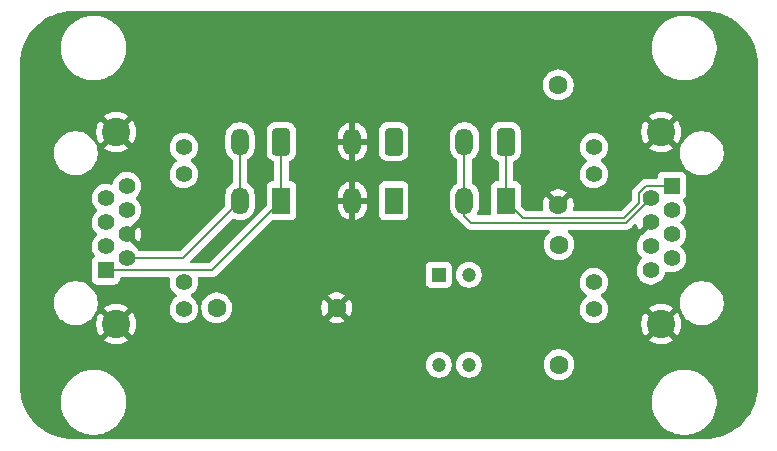
<source format=gtl>
G04 #@! TF.GenerationSoftware,KiCad,Pcbnew,9.0.2*
G04 #@! TF.CreationDate,2025-11-18T17:29:13+08:00*
G04 #@! TF.ProjectId,swerve module,73776572-7665-4206-9d6f-64756c652e6b,rev?*
G04 #@! TF.SameCoordinates,Original*
G04 #@! TF.FileFunction,Copper,L1,Top*
G04 #@! TF.FilePolarity,Positive*
%FSLAX46Y46*%
G04 Gerber Fmt 4.6, Leading zero omitted, Abs format (unit mm)*
G04 Created by KiCad (PCBNEW 9.0.2) date 2025-11-18 17:29:13*
%MOMM*%
%LPD*%
G01*
G04 APERTURE LIST*
G04 Aperture macros list*
%AMRoundRect*
0 Rectangle with rounded corners*
0 $1 Rounding radius*
0 $2 $3 $4 $5 $6 $7 $8 $9 X,Y pos of 4 corners*
0 Add a 4 corners polygon primitive as box body*
4,1,4,$2,$3,$4,$5,$6,$7,$8,$9,$2,$3,0*
0 Add four circle primitives for the rounded corners*
1,1,$1+$1,$2,$3*
1,1,$1+$1,$4,$5*
1,1,$1+$1,$6,$7*
1,1,$1+$1,$8,$9*
0 Add four rect primitives between the rounded corners*
20,1,$1+$1,$2,$3,$4,$5,0*
20,1,$1+$1,$4,$5,$6,$7,0*
20,1,$1+$1,$6,$7,$8,$9,0*
20,1,$1+$1,$8,$9,$2,$3,0*%
G04 Aperture macros list end*
G04 #@! TA.AperFunction,ComponentPad*
%ADD10R,1.500000X2.300000*%
G04 #@! TD*
G04 #@! TA.AperFunction,ComponentPad*
%ADD11RoundRect,0.250001X0.499999X0.899999X-0.499999X0.899999X-0.499999X-0.899999X0.499999X-0.899999X0*%
G04 #@! TD*
G04 #@! TA.AperFunction,ComponentPad*
%ADD12O,1.500000X2.300000*%
G04 #@! TD*
G04 #@! TA.AperFunction,ComponentPad*
%ADD13R,1.408000X1.408000*%
G04 #@! TD*
G04 #@! TA.AperFunction,ComponentPad*
%ADD14C,1.408000*%
G04 #@! TD*
G04 #@! TA.AperFunction,ComponentPad*
%ADD15C,2.400000*%
G04 #@! TD*
G04 #@! TA.AperFunction,ComponentPad*
%ADD16C,1.600000*%
G04 #@! TD*
G04 #@! TA.AperFunction,ComponentPad*
%ADD17R,1.200000X1.200000*%
G04 #@! TD*
G04 #@! TA.AperFunction,ComponentPad*
%ADD18C,1.200000*%
G04 #@! TD*
G04 #@! TA.AperFunction,Conductor*
%ADD19C,0.200000*%
G04 #@! TD*
G04 APERTURE END LIST*
D10*
X93910000Y-53932500D03*
D11*
X93910000Y-48932500D03*
D12*
X90410000Y-53932500D03*
X90410000Y-48932500D03*
D13*
X126960000Y-52680000D03*
D14*
X125180000Y-53700000D03*
X126960000Y-54720000D03*
X125180000Y-55740000D03*
X126960000Y-56760000D03*
X125180000Y-57780000D03*
X126960000Y-58800000D03*
X125180000Y-59820000D03*
X120360000Y-49390000D03*
X120360000Y-51680000D03*
X120360000Y-60820000D03*
X120360000Y-63110000D03*
D15*
X126070000Y-64375000D03*
X126070000Y-48125000D03*
D13*
X79040000Y-59820000D03*
D14*
X80820000Y-58800000D03*
X79040000Y-57780000D03*
X80820000Y-56760000D03*
X79040000Y-55740000D03*
X80820000Y-54720000D03*
X79040000Y-53700000D03*
X80820000Y-52680000D03*
X85640000Y-63110000D03*
X85640000Y-60820000D03*
X85640000Y-51680000D03*
X85640000Y-49390000D03*
D15*
X79930000Y-48125000D03*
X79930000Y-64375000D03*
D16*
X117400000Y-67800000D03*
X117400000Y-57640000D03*
D10*
X103410000Y-53932500D03*
D11*
X103410000Y-48932500D03*
D12*
X99910000Y-53932500D03*
X99910000Y-48932500D03*
D10*
X112910000Y-53932500D03*
D11*
X112910000Y-48932500D03*
D12*
X109410000Y-53932500D03*
X109410000Y-48932500D03*
D16*
X98580000Y-63000000D03*
X88420000Y-63000000D03*
X117350000Y-54280000D03*
X117350000Y-44120000D03*
D17*
X107230000Y-60190000D03*
D18*
X107230000Y-67810000D03*
X109770000Y-60190000D03*
X109770000Y-67810000D03*
D19*
X90410000Y-53932500D02*
X90410000Y-48932500D01*
X85542500Y-58800000D02*
X90410000Y-53932500D01*
X80820000Y-58800000D02*
X85542500Y-58800000D01*
X79055000Y-59805000D02*
X88037500Y-59805000D01*
X93910000Y-53932500D02*
X88037500Y-59805000D01*
X93910000Y-53932500D02*
X93910000Y-48932500D01*
X79305000Y-59805000D02*
X79290000Y-59820000D01*
X79040000Y-59820000D02*
X79055000Y-59805000D01*
X78790000Y-59820000D02*
X78795000Y-59815000D01*
X112910000Y-48932500D02*
X112910000Y-53932500D01*
X114358500Y-55381000D02*
X122931900Y-55381000D01*
X124175000Y-54116285D02*
X124175000Y-53283715D01*
X124175000Y-53283715D02*
X124778715Y-52680000D01*
X122931900Y-55381000D02*
X124185808Y-54127092D01*
X124185808Y-54127092D02*
X124175000Y-54116285D01*
X112910000Y-53932500D02*
X114358500Y-55381000D01*
X124778715Y-52680000D02*
X126960000Y-52680000D01*
X126945000Y-52695000D02*
X126960000Y-52680000D01*
X123098000Y-55782000D02*
X109982000Y-55782000D01*
X109982000Y-55782000D02*
X109410000Y-55210000D01*
X109410000Y-55210000D02*
X109410000Y-53932500D01*
X109410000Y-48932500D02*
X109410000Y-53932500D01*
X125180000Y-53700000D02*
X123098000Y-55782000D01*
X117390000Y-67810000D02*
X117400000Y-67800000D01*
X107230000Y-67440000D02*
X107230000Y-67810000D01*
G04 #@! TA.AperFunction,Conductor*
G36*
X129752702Y-37890617D02*
G01*
X130136771Y-37907386D01*
X130147506Y-37908326D01*
X130525971Y-37958152D01*
X130536597Y-37960025D01*
X130909284Y-38042648D01*
X130919710Y-38045442D01*
X131283765Y-38160227D01*
X131293911Y-38163920D01*
X131646578Y-38310000D01*
X131656369Y-38314566D01*
X131925875Y-38454862D01*
X131994942Y-38490816D01*
X132004310Y-38496224D01*
X132326244Y-38701318D01*
X132335105Y-38707523D01*
X132637930Y-38939889D01*
X132646217Y-38946843D01*
X132927635Y-39204715D01*
X132935284Y-39212364D01*
X133193156Y-39493782D01*
X133200110Y-39502069D01*
X133432476Y-39804894D01*
X133438681Y-39813755D01*
X133643775Y-40135689D01*
X133649183Y-40145057D01*
X133825430Y-40483623D01*
X133830002Y-40493427D01*
X133976075Y-40846078D01*
X133979775Y-40856244D01*
X134094554Y-41220278D01*
X134097354Y-41230727D01*
X134179971Y-41603389D01*
X134181849Y-41614042D01*
X134231671Y-41992473D01*
X134232614Y-42003249D01*
X134249382Y-42387297D01*
X134249500Y-42392706D01*
X134249500Y-69607293D01*
X134249382Y-69612702D01*
X134232614Y-69996750D01*
X134231671Y-70007526D01*
X134181849Y-70385957D01*
X134179971Y-70396610D01*
X134097354Y-70769272D01*
X134094554Y-70779721D01*
X133979775Y-71143755D01*
X133976075Y-71153921D01*
X133830002Y-71506572D01*
X133825430Y-71516376D01*
X133649183Y-71854942D01*
X133643775Y-71864310D01*
X133438681Y-72186244D01*
X133432476Y-72195105D01*
X133200110Y-72497930D01*
X133193156Y-72506217D01*
X132935284Y-72787635D01*
X132927635Y-72795284D01*
X132646217Y-73053156D01*
X132637930Y-73060110D01*
X132335105Y-73292476D01*
X132326244Y-73298681D01*
X132004310Y-73503775D01*
X131994942Y-73509183D01*
X131656376Y-73685430D01*
X131646572Y-73690002D01*
X131293921Y-73836075D01*
X131283755Y-73839775D01*
X130919721Y-73954554D01*
X130909272Y-73957354D01*
X130536610Y-74039971D01*
X130525957Y-74041849D01*
X130147526Y-74091671D01*
X130136750Y-74092614D01*
X129752703Y-74109382D01*
X129747294Y-74109500D01*
X76252706Y-74109500D01*
X76247297Y-74109382D01*
X75863249Y-74092614D01*
X75852473Y-74091671D01*
X75474042Y-74041849D01*
X75463389Y-74039971D01*
X75090727Y-73957354D01*
X75080278Y-73954554D01*
X74716244Y-73839775D01*
X74706078Y-73836075D01*
X74353427Y-73690002D01*
X74343623Y-73685430D01*
X74005057Y-73509183D01*
X73995689Y-73503775D01*
X73673755Y-73298681D01*
X73664894Y-73292476D01*
X73362069Y-73060110D01*
X73353782Y-73053156D01*
X73072364Y-72795284D01*
X73064715Y-72787635D01*
X72806843Y-72506217D01*
X72799889Y-72497930D01*
X72567523Y-72195105D01*
X72561318Y-72186244D01*
X72356224Y-71864310D01*
X72350816Y-71854942D01*
X72302770Y-71762647D01*
X72174566Y-71516369D01*
X72169997Y-71506572D01*
X72151308Y-71461452D01*
X72023920Y-71153911D01*
X72020224Y-71143755D01*
X71938821Y-70885577D01*
X71926194Y-70845528D01*
X75249500Y-70845528D01*
X75249500Y-71154471D01*
X75284086Y-71461437D01*
X75284089Y-71461455D01*
X75352831Y-71762635D01*
X75352835Y-71762647D01*
X75454862Y-72054222D01*
X75454868Y-72054236D01*
X75588903Y-72332562D01*
X75588905Y-72332565D01*
X75753265Y-72594143D01*
X75945880Y-72835674D01*
X76164326Y-73054120D01*
X76405857Y-73246735D01*
X76667435Y-73411095D01*
X76945771Y-73545135D01*
X76945777Y-73545137D01*
X77237352Y-73647164D01*
X77237364Y-73647168D01*
X77538548Y-73715911D01*
X77538554Y-73715911D01*
X77538562Y-73715913D01*
X77743206Y-73738970D01*
X77845529Y-73750499D01*
X77845532Y-73750500D01*
X77845535Y-73750500D01*
X78154468Y-73750500D01*
X78154469Y-73750499D01*
X78311356Y-73732822D01*
X78461437Y-73715913D01*
X78461442Y-73715912D01*
X78461452Y-73715911D01*
X78762636Y-73647168D01*
X79054229Y-73545135D01*
X79332565Y-73411095D01*
X79594143Y-73246735D01*
X79835674Y-73054120D01*
X80054120Y-72835674D01*
X80246735Y-72594143D01*
X80411095Y-72332565D01*
X80545135Y-72054229D01*
X80647168Y-71762636D01*
X80715911Y-71461452D01*
X80750500Y-71154465D01*
X80750500Y-70845535D01*
X80750499Y-70845528D01*
X125249500Y-70845528D01*
X125249500Y-71154471D01*
X125284086Y-71461437D01*
X125284089Y-71461455D01*
X125352831Y-71762635D01*
X125352835Y-71762647D01*
X125454862Y-72054222D01*
X125454868Y-72054236D01*
X125588903Y-72332562D01*
X125588905Y-72332565D01*
X125753265Y-72594143D01*
X125945880Y-72835674D01*
X126164326Y-73054120D01*
X126405857Y-73246735D01*
X126667435Y-73411095D01*
X126945771Y-73545135D01*
X126945777Y-73545137D01*
X127237352Y-73647164D01*
X127237364Y-73647168D01*
X127538548Y-73715911D01*
X127538554Y-73715911D01*
X127538562Y-73715913D01*
X127743206Y-73738970D01*
X127845529Y-73750499D01*
X127845532Y-73750500D01*
X127845535Y-73750500D01*
X128154468Y-73750500D01*
X128154469Y-73750499D01*
X128311356Y-73732822D01*
X128461437Y-73715913D01*
X128461442Y-73715912D01*
X128461452Y-73715911D01*
X128762636Y-73647168D01*
X129054229Y-73545135D01*
X129332565Y-73411095D01*
X129594143Y-73246735D01*
X129835674Y-73054120D01*
X130054120Y-72835674D01*
X130246735Y-72594143D01*
X130411095Y-72332565D01*
X130545135Y-72054229D01*
X130647168Y-71762636D01*
X130715911Y-71461452D01*
X130750500Y-71154465D01*
X130750500Y-70845535D01*
X130715911Y-70538548D01*
X130647168Y-70237364D01*
X130545135Y-69945771D01*
X130411095Y-69667435D01*
X130246735Y-69405857D01*
X130054120Y-69164326D01*
X129835674Y-68945880D01*
X129594143Y-68753265D01*
X129332565Y-68588905D01*
X129332562Y-68588903D01*
X129054236Y-68454868D01*
X129054222Y-68454862D01*
X128762647Y-68352835D01*
X128762635Y-68352831D01*
X128461455Y-68284089D01*
X128461437Y-68284086D01*
X128154471Y-68249500D01*
X128154465Y-68249500D01*
X127845535Y-68249500D01*
X127845528Y-68249500D01*
X127538562Y-68284086D01*
X127538544Y-68284089D01*
X127237364Y-68352831D01*
X127237352Y-68352835D01*
X126945777Y-68454862D01*
X126945763Y-68454868D01*
X126667437Y-68588903D01*
X126405858Y-68753264D01*
X126164326Y-68945879D01*
X125945879Y-69164326D01*
X125753264Y-69405858D01*
X125588903Y-69667437D01*
X125454868Y-69945763D01*
X125454862Y-69945777D01*
X125352835Y-70237352D01*
X125352831Y-70237364D01*
X125284089Y-70538544D01*
X125284086Y-70538562D01*
X125249500Y-70845528D01*
X80750499Y-70845528D01*
X80715911Y-70538548D01*
X80647168Y-70237364D01*
X80545135Y-69945771D01*
X80411095Y-69667435D01*
X80246735Y-69405857D01*
X80054120Y-69164326D01*
X79835674Y-68945880D01*
X79594143Y-68753265D01*
X79332565Y-68588905D01*
X79332562Y-68588903D01*
X79054236Y-68454868D01*
X79054222Y-68454862D01*
X78762647Y-68352835D01*
X78762635Y-68352831D01*
X78461455Y-68284089D01*
X78461437Y-68284086D01*
X78154471Y-68249500D01*
X78154465Y-68249500D01*
X77845535Y-68249500D01*
X77845528Y-68249500D01*
X77538562Y-68284086D01*
X77538544Y-68284089D01*
X77237364Y-68352831D01*
X77237352Y-68352835D01*
X76945777Y-68454862D01*
X76945763Y-68454868D01*
X76667437Y-68588903D01*
X76405858Y-68753264D01*
X76164326Y-68945879D01*
X75945879Y-69164326D01*
X75753264Y-69405858D01*
X75588903Y-69667437D01*
X75454868Y-69945763D01*
X75454862Y-69945777D01*
X75352835Y-70237352D01*
X75352831Y-70237364D01*
X75284089Y-70538544D01*
X75284086Y-70538562D01*
X75249500Y-70845528D01*
X71926194Y-70845528D01*
X71905442Y-70779710D01*
X71902648Y-70769284D01*
X71820025Y-70396597D01*
X71818152Y-70385971D01*
X71768326Y-70007506D01*
X71767386Y-69996771D01*
X71750618Y-69612702D01*
X71750500Y-69607293D01*
X71750500Y-67723389D01*
X106129500Y-67723389D01*
X106129500Y-67896611D01*
X106156598Y-68067701D01*
X106210127Y-68232445D01*
X106288768Y-68386788D01*
X106390586Y-68526928D01*
X106513072Y-68649414D01*
X106653212Y-68751232D01*
X106807555Y-68829873D01*
X106972299Y-68883402D01*
X107143389Y-68910500D01*
X107143390Y-68910500D01*
X107316610Y-68910500D01*
X107316611Y-68910500D01*
X107487701Y-68883402D01*
X107652445Y-68829873D01*
X107806788Y-68751232D01*
X107946928Y-68649414D01*
X108069414Y-68526928D01*
X108171232Y-68386788D01*
X108249873Y-68232445D01*
X108303402Y-68067701D01*
X108330500Y-67896611D01*
X108330500Y-67723389D01*
X108669500Y-67723389D01*
X108669500Y-67896611D01*
X108696598Y-68067701D01*
X108750127Y-68232445D01*
X108828768Y-68386788D01*
X108930586Y-68526928D01*
X109053072Y-68649414D01*
X109193212Y-68751232D01*
X109347555Y-68829873D01*
X109512299Y-68883402D01*
X109683389Y-68910500D01*
X109683390Y-68910500D01*
X109856610Y-68910500D01*
X109856611Y-68910500D01*
X110027701Y-68883402D01*
X110192445Y-68829873D01*
X110346788Y-68751232D01*
X110486928Y-68649414D01*
X110609414Y-68526928D01*
X110711232Y-68386788D01*
X110789873Y-68232445D01*
X110843402Y-68067701D01*
X110870500Y-67896611D01*
X110870500Y-67723389D01*
X110866423Y-67697648D01*
X116099500Y-67697648D01*
X116099500Y-67902351D01*
X116131522Y-68104534D01*
X116194781Y-68299223D01*
X116287715Y-68481613D01*
X116408028Y-68647213D01*
X116552786Y-68791971D01*
X116678633Y-68883402D01*
X116718390Y-68912287D01*
X116834607Y-68971503D01*
X116900776Y-69005218D01*
X116900778Y-69005218D01*
X116900781Y-69005220D01*
X117005137Y-69039127D01*
X117095465Y-69068477D01*
X117196557Y-69084488D01*
X117297648Y-69100500D01*
X117297649Y-69100500D01*
X117502351Y-69100500D01*
X117502352Y-69100500D01*
X117704534Y-69068477D01*
X117899219Y-69005220D01*
X118081610Y-68912287D01*
X118195047Y-68829871D01*
X118247213Y-68791971D01*
X118247215Y-68791968D01*
X118247219Y-68791966D01*
X118391966Y-68647219D01*
X118391968Y-68647215D01*
X118391971Y-68647213D01*
X118479361Y-68526929D01*
X118512287Y-68481610D01*
X118605220Y-68299219D01*
X118668477Y-68104534D01*
X118700500Y-67902352D01*
X118700500Y-67697648D01*
X118668477Y-67495466D01*
X118605220Y-67300781D01*
X118605218Y-67300778D01*
X118605218Y-67300776D01*
X118570791Y-67233211D01*
X118512287Y-67118390D01*
X118493890Y-67093069D01*
X118391971Y-66952786D01*
X118247213Y-66808028D01*
X118081613Y-66687715D01*
X118081612Y-66687714D01*
X118081610Y-66687713D01*
X118024653Y-66658691D01*
X117899223Y-66594781D01*
X117704534Y-66531522D01*
X117529995Y-66503878D01*
X117502352Y-66499500D01*
X117297648Y-66499500D01*
X117273329Y-66503351D01*
X117095465Y-66531522D01*
X116900776Y-66594781D01*
X116718386Y-66687715D01*
X116552786Y-66808028D01*
X116408028Y-66952786D01*
X116287715Y-67118386D01*
X116194781Y-67300776D01*
X116131522Y-67495465D01*
X116099500Y-67697648D01*
X110866423Y-67697648D01*
X110843402Y-67552299D01*
X110789873Y-67387555D01*
X110711232Y-67233212D01*
X110609414Y-67093072D01*
X110486928Y-66970586D01*
X110346788Y-66868768D01*
X110192445Y-66790127D01*
X110027701Y-66736598D01*
X110027699Y-66736597D01*
X110027698Y-66736597D01*
X109896271Y-66715781D01*
X109856611Y-66709500D01*
X109683389Y-66709500D01*
X109643728Y-66715781D01*
X109512302Y-66736597D01*
X109347552Y-66790128D01*
X109193211Y-66868768D01*
X109113256Y-66926859D01*
X109053072Y-66970586D01*
X109053070Y-66970588D01*
X109053069Y-66970588D01*
X108930588Y-67093069D01*
X108930588Y-67093070D01*
X108930586Y-67093072D01*
X108886859Y-67153256D01*
X108828768Y-67233211D01*
X108750128Y-67387552D01*
X108696597Y-67552302D01*
X108673577Y-67697648D01*
X108669500Y-67723389D01*
X108330500Y-67723389D01*
X108303402Y-67552299D01*
X108249873Y-67387555D01*
X108171232Y-67233212D01*
X108069414Y-67093072D01*
X107946928Y-66970586D01*
X107806788Y-66868768D01*
X107652445Y-66790127D01*
X107487701Y-66736598D01*
X107487699Y-66736597D01*
X107487698Y-66736597D01*
X107356271Y-66715781D01*
X107316611Y-66709500D01*
X107143389Y-66709500D01*
X107103728Y-66715781D01*
X106972302Y-66736597D01*
X106807552Y-66790128D01*
X106653211Y-66868768D01*
X106573256Y-66926859D01*
X106513072Y-66970586D01*
X106513070Y-66970588D01*
X106513069Y-66970588D01*
X106390588Y-67093069D01*
X106390588Y-67093070D01*
X106390586Y-67093072D01*
X106346859Y-67153256D01*
X106288768Y-67233211D01*
X106210128Y-67387552D01*
X106156597Y-67552302D01*
X106133577Y-67697648D01*
X106129500Y-67723389D01*
X71750500Y-67723389D01*
X71750500Y-62478711D01*
X74649500Y-62478711D01*
X74649500Y-62721288D01*
X74681161Y-62961785D01*
X74743947Y-63196104D01*
X74795300Y-63320080D01*
X74836776Y-63420212D01*
X74958064Y-63630289D01*
X74958066Y-63630292D01*
X74958067Y-63630293D01*
X75105733Y-63822736D01*
X75105739Y-63822743D01*
X75277256Y-63994260D01*
X75277263Y-63994266D01*
X75312685Y-64021446D01*
X75469711Y-64141936D01*
X75679788Y-64263224D01*
X75903900Y-64356054D01*
X76138211Y-64418838D01*
X76318586Y-64442584D01*
X76378711Y-64450500D01*
X76378712Y-64450500D01*
X76621289Y-64450500D01*
X76669388Y-64444167D01*
X76861789Y-64418838D01*
X77096100Y-64356054D01*
X77319365Y-64263575D01*
X78230000Y-64263575D01*
X78230000Y-64486424D01*
X78259085Y-64707354D01*
X78259088Y-64707367D01*
X78316763Y-64922618D01*
X78402045Y-65128502D01*
X78402054Y-65128520D01*
X78513464Y-65321491D01*
X78513473Y-65321504D01*
X78564040Y-65387403D01*
X78564043Y-65387403D01*
X79214152Y-64737293D01*
X79221049Y-64753942D01*
X79308599Y-64884970D01*
X79420030Y-64996401D01*
X79551058Y-65083951D01*
X79567705Y-65090846D01*
X78917595Y-65740955D01*
X78917595Y-65740956D01*
X78983507Y-65791533D01*
X79176485Y-65902949D01*
X79176497Y-65902954D01*
X79382381Y-65988236D01*
X79597632Y-66045911D01*
X79597645Y-66045914D01*
X79818575Y-66075000D01*
X80041425Y-66075000D01*
X80262354Y-66045914D01*
X80262367Y-66045911D01*
X80477618Y-65988236D01*
X80683502Y-65902954D01*
X80683514Y-65902949D01*
X80876498Y-65791530D01*
X80942403Y-65740957D01*
X80942404Y-65740956D01*
X80292294Y-65090846D01*
X80308942Y-65083951D01*
X80439970Y-64996401D01*
X80551401Y-64884970D01*
X80638951Y-64753942D01*
X80645846Y-64737294D01*
X81295956Y-65387404D01*
X81295957Y-65387403D01*
X81346530Y-65321498D01*
X81457949Y-65128514D01*
X81457954Y-65128502D01*
X81543236Y-64922618D01*
X81600911Y-64707367D01*
X81600914Y-64707354D01*
X81630000Y-64486424D01*
X81630000Y-64263575D01*
X81600914Y-64042645D01*
X81600911Y-64042632D01*
X81543236Y-63827381D01*
X81457954Y-63621497D01*
X81457949Y-63621485D01*
X81346533Y-63428507D01*
X81295956Y-63362595D01*
X81295955Y-63362595D01*
X80645846Y-64012704D01*
X80638951Y-63996058D01*
X80551401Y-63865030D01*
X80439970Y-63753599D01*
X80308942Y-63666049D01*
X80292293Y-63659152D01*
X80942403Y-63009043D01*
X80942403Y-63009040D01*
X80876504Y-62958473D01*
X80876491Y-62958464D01*
X80683520Y-62847054D01*
X80683502Y-62847045D01*
X80477618Y-62761763D01*
X80262367Y-62704088D01*
X80262354Y-62704085D01*
X80041425Y-62675000D01*
X79818575Y-62675000D01*
X79597645Y-62704085D01*
X79597632Y-62704088D01*
X79382381Y-62761763D01*
X79176497Y-62847045D01*
X79176479Y-62847054D01*
X78983511Y-62958462D01*
X78917595Y-63009042D01*
X79567706Y-63659152D01*
X79551058Y-63666049D01*
X79420030Y-63753599D01*
X79308599Y-63865030D01*
X79221049Y-63996058D01*
X79214153Y-64012706D01*
X78564042Y-63362595D01*
X78513462Y-63428511D01*
X78402054Y-63621479D01*
X78402045Y-63621497D01*
X78316763Y-63827381D01*
X78259088Y-64042632D01*
X78259085Y-64042645D01*
X78230000Y-64263575D01*
X77319365Y-64263575D01*
X77320212Y-64263224D01*
X77530289Y-64141936D01*
X77722738Y-63994265D01*
X77894265Y-63822738D01*
X78041936Y-63630289D01*
X78163224Y-63420212D01*
X78256054Y-63196100D01*
X78318838Y-62961789D01*
X78350500Y-62721288D01*
X78350500Y-62478712D01*
X78318838Y-62238211D01*
X78256054Y-62003900D01*
X78163224Y-61779788D01*
X78041936Y-61569711D01*
X77894265Y-61377262D01*
X77894260Y-61377256D01*
X77722743Y-61205739D01*
X77722736Y-61205733D01*
X77530293Y-61058067D01*
X77530292Y-61058066D01*
X77530289Y-61058064D01*
X77320212Y-60936776D01*
X77318947Y-60936252D01*
X77096104Y-60843947D01*
X76861785Y-60781161D01*
X76621289Y-60749500D01*
X76621288Y-60749500D01*
X76378712Y-60749500D01*
X76378711Y-60749500D01*
X76138214Y-60781161D01*
X75903895Y-60843947D01*
X75679794Y-60936773D01*
X75679785Y-60936777D01*
X75469706Y-61058067D01*
X75277263Y-61205733D01*
X75277256Y-61205739D01*
X75105739Y-61377256D01*
X75105733Y-61377263D01*
X74958067Y-61569706D01*
X74836777Y-61779785D01*
X74836773Y-61779794D01*
X74743947Y-62003895D01*
X74681161Y-62238214D01*
X74649500Y-62478711D01*
X71750500Y-62478711D01*
X71750500Y-53605199D01*
X77835500Y-53605199D01*
X77835500Y-53794800D01*
X77865157Y-53982050D01*
X77865158Y-53982055D01*
X77899811Y-54088704D01*
X77923747Y-54162372D01*
X77998336Y-54308760D01*
X78009819Y-54331296D01*
X78087307Y-54437949D01*
X78121260Y-54484680D01*
X78255321Y-54618741D01*
X78256618Y-54619683D01*
X78256991Y-54620167D01*
X78259026Y-54621905D01*
X78258660Y-54622332D01*
X78299283Y-54675013D01*
X78305261Y-54744627D01*
X78272654Y-54806421D01*
X78256618Y-54820317D01*
X78255321Y-54821258D01*
X78121260Y-54955319D01*
X78009819Y-55108703D01*
X77923747Y-55277627D01*
X77899811Y-55351296D01*
X77866188Y-55454777D01*
X77865157Y-55457949D01*
X77835500Y-55645199D01*
X77835500Y-55834800D01*
X77864247Y-56016306D01*
X77865158Y-56022055D01*
X77899811Y-56128704D01*
X77923747Y-56202372D01*
X77979933Y-56312642D01*
X78009819Y-56371296D01*
X78120872Y-56524147D01*
X78121260Y-56524680D01*
X78255321Y-56658741D01*
X78256618Y-56659683D01*
X78256991Y-56660167D01*
X78259026Y-56661905D01*
X78258660Y-56662332D01*
X78299283Y-56715013D01*
X78305261Y-56784627D01*
X78272654Y-56846421D01*
X78256618Y-56860317D01*
X78255321Y-56861258D01*
X78121260Y-56995319D01*
X78009819Y-57148703D01*
X77923747Y-57317627D01*
X77865157Y-57497949D01*
X77835500Y-57685199D01*
X77835500Y-57874800D01*
X77846545Y-57944534D01*
X77865158Y-58062055D01*
X77899811Y-58168704D01*
X77923747Y-58242372D01*
X78009821Y-58411300D01*
X78090287Y-58522050D01*
X78113768Y-58587856D01*
X78097943Y-58655910D01*
X78064282Y-58694202D01*
X77978452Y-58758455D01*
X77892206Y-58873664D01*
X77892202Y-58873671D01*
X77841908Y-59008517D01*
X77835501Y-59068116D01*
X77835500Y-59068135D01*
X77835500Y-60571870D01*
X77835501Y-60571876D01*
X77841908Y-60631483D01*
X77892202Y-60766328D01*
X77892206Y-60766335D01*
X77978452Y-60881544D01*
X77978455Y-60881547D01*
X78093664Y-60967793D01*
X78093671Y-60967797D01*
X78228517Y-61018091D01*
X78228516Y-61018091D01*
X78235444Y-61018835D01*
X78288127Y-61024500D01*
X79791872Y-61024499D01*
X79851483Y-61018091D01*
X79986331Y-60967796D01*
X80101546Y-60881546D01*
X80187796Y-60766331D01*
X80238091Y-60631483D01*
X80244500Y-60571873D01*
X80244500Y-60529500D01*
X80264185Y-60462461D01*
X80316989Y-60416706D01*
X80368500Y-60405500D01*
X84340950Y-60405500D01*
X84407989Y-60425185D01*
X84453744Y-60477989D01*
X84463688Y-60547147D01*
X84463423Y-60548898D01*
X84435500Y-60725199D01*
X84435500Y-60914800D01*
X84458191Y-61058067D01*
X84465158Y-61102055D01*
X84500190Y-61209871D01*
X84523747Y-61282372D01*
X84572097Y-61377263D01*
X84609819Y-61451296D01*
X84721259Y-61604679D01*
X84855321Y-61738741D01*
X85008704Y-61850181D01*
X85008706Y-61850182D01*
X85017211Y-61854516D01*
X85068006Y-61902490D01*
X85084801Y-61970311D01*
X85062263Y-62036446D01*
X85017211Y-62075484D01*
X85008706Y-62079817D01*
X84855319Y-62191260D01*
X84721260Y-62325319D01*
X84609819Y-62478703D01*
X84523747Y-62647627D01*
X84465157Y-62827949D01*
X84435500Y-63015199D01*
X84435500Y-63204800D01*
X84459060Y-63353553D01*
X84465158Y-63392055D01*
X84504750Y-63513905D01*
X84523747Y-63572372D01*
X84609819Y-63741296D01*
X84721259Y-63894679D01*
X84855321Y-64028741D01*
X85008704Y-64140181D01*
X85088515Y-64180846D01*
X85177627Y-64226252D01*
X85177629Y-64226252D01*
X85177632Y-64226254D01*
X85357945Y-64284842D01*
X85451574Y-64299671D01*
X85545200Y-64314500D01*
X85545204Y-64314500D01*
X85734800Y-64314500D01*
X85826348Y-64300000D01*
X85922055Y-64284842D01*
X86102368Y-64226254D01*
X86271296Y-64140181D01*
X86424679Y-64028741D01*
X86558741Y-63894679D01*
X86670181Y-63741296D01*
X86756254Y-63572368D01*
X86814842Y-63392055D01*
X86838037Y-63245606D01*
X86844500Y-63204800D01*
X86844500Y-63015198D01*
X86828183Y-62912173D01*
X86825882Y-62897648D01*
X87119500Y-62897648D01*
X87119500Y-63102351D01*
X87151522Y-63304534D01*
X87214781Y-63499223D01*
X87252051Y-63572368D01*
X87307585Y-63681359D01*
X87307715Y-63681613D01*
X87428028Y-63847213D01*
X87572786Y-63991971D01*
X87693226Y-64079474D01*
X87738390Y-64112287D01*
X87854607Y-64171503D01*
X87920776Y-64205218D01*
X87920778Y-64205218D01*
X87920781Y-64205220D01*
X87985508Y-64226251D01*
X88115465Y-64268477D01*
X88216557Y-64284488D01*
X88317648Y-64300500D01*
X88317649Y-64300500D01*
X88522351Y-64300500D01*
X88522352Y-64300500D01*
X88724534Y-64268477D01*
X88919219Y-64205220D01*
X89101610Y-64112287D01*
X89226643Y-64021446D01*
X89267213Y-63991971D01*
X89267215Y-63991968D01*
X89267219Y-63991966D01*
X89411966Y-63847219D01*
X89411968Y-63847215D01*
X89411971Y-63847213D01*
X89488923Y-63741296D01*
X89532287Y-63681610D01*
X89625220Y-63499219D01*
X89688477Y-63304534D01*
X89720500Y-63102352D01*
X89720500Y-62897682D01*
X97280000Y-62897682D01*
X97280000Y-63102317D01*
X97312009Y-63304417D01*
X97375244Y-63499031D01*
X97468141Y-63681350D01*
X97468147Y-63681359D01*
X97500523Y-63725921D01*
X97500524Y-63725922D01*
X98180000Y-63046446D01*
X98180000Y-63052661D01*
X98207259Y-63154394D01*
X98259920Y-63245606D01*
X98334394Y-63320080D01*
X98425606Y-63372741D01*
X98527339Y-63400000D01*
X98533553Y-63400000D01*
X97854076Y-64079474D01*
X97898650Y-64111859D01*
X98080968Y-64204755D01*
X98275582Y-64267990D01*
X98477683Y-64300000D01*
X98682317Y-64300000D01*
X98884417Y-64267990D01*
X99079031Y-64204755D01*
X99261349Y-64111859D01*
X99305921Y-64079474D01*
X98626447Y-63400000D01*
X98632661Y-63400000D01*
X98734394Y-63372741D01*
X98825606Y-63320080D01*
X98900080Y-63245606D01*
X98952741Y-63154394D01*
X98980000Y-63052661D01*
X98980000Y-63046448D01*
X99659474Y-63725922D01*
X99659474Y-63725921D01*
X99691859Y-63681349D01*
X99784755Y-63499031D01*
X99847990Y-63304417D01*
X99880000Y-63102317D01*
X99880000Y-62897682D01*
X99847990Y-62695582D01*
X99784755Y-62500968D01*
X99691859Y-62318650D01*
X99659474Y-62274077D01*
X99659474Y-62274076D01*
X98980000Y-62953551D01*
X98980000Y-62947339D01*
X98952741Y-62845606D01*
X98900080Y-62754394D01*
X98825606Y-62679920D01*
X98734394Y-62627259D01*
X98632661Y-62600000D01*
X98626446Y-62600000D01*
X99305922Y-61920524D01*
X99305921Y-61920523D01*
X99261359Y-61888147D01*
X99261350Y-61888141D01*
X99079031Y-61795244D01*
X98884417Y-61732009D01*
X98682317Y-61700000D01*
X98477683Y-61700000D01*
X98275582Y-61732009D01*
X98080968Y-61795244D01*
X97898644Y-61888143D01*
X97854077Y-61920523D01*
X97854077Y-61920524D01*
X98533554Y-62600000D01*
X98527339Y-62600000D01*
X98425606Y-62627259D01*
X98334394Y-62679920D01*
X98259920Y-62754394D01*
X98207259Y-62845606D01*
X98180000Y-62947339D01*
X98180000Y-62953553D01*
X97500524Y-62274077D01*
X97500523Y-62274077D01*
X97468143Y-62318644D01*
X97375244Y-62500968D01*
X97312009Y-62695582D01*
X97280000Y-62897682D01*
X89720500Y-62897682D01*
X89720500Y-62897648D01*
X89698978Y-62761763D01*
X89688477Y-62695465D01*
X89635021Y-62530946D01*
X89625220Y-62500781D01*
X89625218Y-62500778D01*
X89625218Y-62500776D01*
X89591503Y-62434607D01*
X89532287Y-62318390D01*
X89500092Y-62274077D01*
X89411971Y-62152786D01*
X89267213Y-62008028D01*
X89101613Y-61887715D01*
X89101612Y-61887714D01*
X89101610Y-61887713D01*
X89036457Y-61854516D01*
X88919223Y-61794781D01*
X88724534Y-61731522D01*
X88549995Y-61703878D01*
X88522352Y-61699500D01*
X88317648Y-61699500D01*
X88293329Y-61703351D01*
X88115465Y-61731522D01*
X87920776Y-61794781D01*
X87738386Y-61887715D01*
X87572786Y-62008028D01*
X87428028Y-62152786D01*
X87307715Y-62318386D01*
X87214781Y-62500776D01*
X87151522Y-62695465D01*
X87119500Y-62897648D01*
X86825882Y-62897648D01*
X86817639Y-62845606D01*
X86814842Y-62827945D01*
X86756254Y-62647632D01*
X86756252Y-62647629D01*
X86756252Y-62647627D01*
X86710846Y-62558515D01*
X86670181Y-62478704D01*
X86558741Y-62325321D01*
X86424679Y-62191259D01*
X86271296Y-62079819D01*
X86262792Y-62075486D01*
X86211995Y-62027513D01*
X86195198Y-61959692D01*
X86217734Y-61893557D01*
X86262792Y-61854514D01*
X86262803Y-61854508D01*
X86271296Y-61850181D01*
X86424679Y-61738741D01*
X86558741Y-61604679D01*
X86670181Y-61451296D01*
X86756254Y-61282368D01*
X86814842Y-61102055D01*
X86836106Y-60967796D01*
X86844500Y-60914800D01*
X86844500Y-60725199D01*
X86816577Y-60548898D01*
X86825532Y-60479604D01*
X86870528Y-60426152D01*
X86937280Y-60405513D01*
X86939050Y-60405500D01*
X87950831Y-60405500D01*
X87950847Y-60405501D01*
X87958443Y-60405501D01*
X88116554Y-60405501D01*
X88116557Y-60405501D01*
X88269285Y-60364577D01*
X88319404Y-60335639D01*
X88406216Y-60285520D01*
X88518020Y-60173716D01*
X88518020Y-60173714D01*
X88528228Y-60163507D01*
X88528230Y-60163504D01*
X89149599Y-59542135D01*
X106129500Y-59542135D01*
X106129500Y-60837870D01*
X106129501Y-60837876D01*
X106135908Y-60897483D01*
X106186202Y-61032328D01*
X106186206Y-61032335D01*
X106272452Y-61147544D01*
X106272455Y-61147547D01*
X106387664Y-61233793D01*
X106387671Y-61233797D01*
X106522517Y-61284091D01*
X106522516Y-61284091D01*
X106529444Y-61284835D01*
X106582127Y-61290500D01*
X107877872Y-61290499D01*
X107937483Y-61284091D01*
X108072331Y-61233796D01*
X108187546Y-61147546D01*
X108273796Y-61032331D01*
X108324091Y-60897483D01*
X108330500Y-60837873D01*
X108330499Y-60103389D01*
X108669500Y-60103389D01*
X108669500Y-60276611D01*
X108696598Y-60447701D01*
X108750127Y-60612445D01*
X108828768Y-60766788D01*
X108930586Y-60906928D01*
X109053072Y-61029414D01*
X109193212Y-61131232D01*
X109347555Y-61209873D01*
X109512299Y-61263402D01*
X109683389Y-61290500D01*
X109683390Y-61290500D01*
X109856610Y-61290500D01*
X109856611Y-61290500D01*
X110027701Y-61263402D01*
X110192445Y-61209873D01*
X110346788Y-61131232D01*
X110486928Y-61029414D01*
X110609414Y-60906928D01*
X110711232Y-60766788D01*
X110732422Y-60725199D01*
X119155500Y-60725199D01*
X119155500Y-60914800D01*
X119178191Y-61058067D01*
X119185158Y-61102055D01*
X119220190Y-61209871D01*
X119243747Y-61282372D01*
X119292097Y-61377263D01*
X119329819Y-61451296D01*
X119441259Y-61604679D01*
X119575321Y-61738741D01*
X119728704Y-61850181D01*
X119728706Y-61850182D01*
X119737211Y-61854516D01*
X119788006Y-61902490D01*
X119804801Y-61970311D01*
X119782263Y-62036446D01*
X119737211Y-62075484D01*
X119728706Y-62079817D01*
X119575319Y-62191260D01*
X119441260Y-62325319D01*
X119329819Y-62478703D01*
X119243747Y-62647627D01*
X119185157Y-62827949D01*
X119155500Y-63015199D01*
X119155500Y-63204800D01*
X119179060Y-63353553D01*
X119185158Y-63392055D01*
X119224750Y-63513905D01*
X119243747Y-63572372D01*
X119329819Y-63741296D01*
X119441259Y-63894679D01*
X119575321Y-64028741D01*
X119728704Y-64140181D01*
X119808515Y-64180846D01*
X119897627Y-64226252D01*
X119897629Y-64226252D01*
X119897632Y-64226254D01*
X120077945Y-64284842D01*
X120171574Y-64299671D01*
X120265200Y-64314500D01*
X120265204Y-64314500D01*
X120454800Y-64314500D01*
X120546348Y-64300000D01*
X120642055Y-64284842D01*
X120707507Y-64263575D01*
X124370000Y-64263575D01*
X124370000Y-64486424D01*
X124399085Y-64707354D01*
X124399088Y-64707367D01*
X124456763Y-64922618D01*
X124542045Y-65128502D01*
X124542054Y-65128520D01*
X124653464Y-65321491D01*
X124653473Y-65321504D01*
X124704040Y-65387403D01*
X124704043Y-65387403D01*
X125354152Y-64737293D01*
X125361049Y-64753942D01*
X125448599Y-64884970D01*
X125560030Y-64996401D01*
X125691058Y-65083951D01*
X125707705Y-65090846D01*
X125057595Y-65740955D01*
X125057595Y-65740956D01*
X125123507Y-65791533D01*
X125316485Y-65902949D01*
X125316497Y-65902954D01*
X125522381Y-65988236D01*
X125737632Y-66045911D01*
X125737645Y-66045914D01*
X125958575Y-66075000D01*
X126181425Y-66075000D01*
X126402354Y-66045914D01*
X126402367Y-66045911D01*
X126617618Y-65988236D01*
X126823502Y-65902954D01*
X126823514Y-65902949D01*
X127016498Y-65791530D01*
X127082403Y-65740957D01*
X127082404Y-65740956D01*
X126432294Y-65090846D01*
X126448942Y-65083951D01*
X126579970Y-64996401D01*
X126691401Y-64884970D01*
X126778951Y-64753942D01*
X126785846Y-64737294D01*
X127435956Y-65387404D01*
X127435957Y-65387403D01*
X127486530Y-65321498D01*
X127597949Y-65128514D01*
X127597954Y-65128502D01*
X127683236Y-64922618D01*
X127740911Y-64707367D01*
X127740914Y-64707354D01*
X127770000Y-64486424D01*
X127770000Y-64263575D01*
X127740914Y-64042645D01*
X127740911Y-64042632D01*
X127683236Y-63827381D01*
X127597954Y-63621497D01*
X127597949Y-63621485D01*
X127486533Y-63428507D01*
X127435956Y-63362595D01*
X127435955Y-63362595D01*
X126785846Y-64012704D01*
X126778951Y-63996058D01*
X126691401Y-63865030D01*
X126579970Y-63753599D01*
X126448942Y-63666049D01*
X126432293Y-63659152D01*
X127082403Y-63009043D01*
X127082403Y-63009040D01*
X127016504Y-62958473D01*
X127016491Y-62958464D01*
X126823520Y-62847054D01*
X126823502Y-62847045D01*
X126617618Y-62761763D01*
X126402367Y-62704088D01*
X126402354Y-62704085D01*
X126181425Y-62675000D01*
X125958575Y-62675000D01*
X125737645Y-62704085D01*
X125737632Y-62704088D01*
X125522381Y-62761763D01*
X125316497Y-62847045D01*
X125316479Y-62847054D01*
X125123511Y-62958462D01*
X125057595Y-63009042D01*
X125707706Y-63659152D01*
X125691058Y-63666049D01*
X125560030Y-63753599D01*
X125448599Y-63865030D01*
X125361049Y-63996058D01*
X125354153Y-64012706D01*
X124704042Y-63362595D01*
X124653462Y-63428511D01*
X124542054Y-63621479D01*
X124542045Y-63621497D01*
X124456763Y-63827381D01*
X124399088Y-64042632D01*
X124399085Y-64042645D01*
X124370000Y-64263575D01*
X120707507Y-64263575D01*
X120822368Y-64226254D01*
X120991296Y-64140181D01*
X121144679Y-64028741D01*
X121278741Y-63894679D01*
X121390181Y-63741296D01*
X121476254Y-63572368D01*
X121534842Y-63392055D01*
X121558037Y-63245606D01*
X121564500Y-63204800D01*
X121564500Y-63015199D01*
X121545887Y-62897682D01*
X121534842Y-62827945D01*
X121476254Y-62647632D01*
X121390185Y-62478711D01*
X127649500Y-62478711D01*
X127649500Y-62721288D01*
X127681161Y-62961785D01*
X127743947Y-63196104D01*
X127795300Y-63320080D01*
X127836776Y-63420212D01*
X127958064Y-63630289D01*
X127958066Y-63630292D01*
X127958067Y-63630293D01*
X128105733Y-63822736D01*
X128105739Y-63822743D01*
X128277256Y-63994260D01*
X128277263Y-63994266D01*
X128312685Y-64021446D01*
X128469711Y-64141936D01*
X128679788Y-64263224D01*
X128903900Y-64356054D01*
X129138211Y-64418838D01*
X129318586Y-64442584D01*
X129378711Y-64450500D01*
X129378712Y-64450500D01*
X129621289Y-64450500D01*
X129669388Y-64444167D01*
X129861789Y-64418838D01*
X130096100Y-64356054D01*
X130320212Y-64263224D01*
X130530289Y-64141936D01*
X130722738Y-63994265D01*
X130894265Y-63822738D01*
X131041936Y-63630289D01*
X131163224Y-63420212D01*
X131256054Y-63196100D01*
X131318838Y-62961789D01*
X131350500Y-62721288D01*
X131350500Y-62478712D01*
X131318838Y-62238211D01*
X131256054Y-62003900D01*
X131163224Y-61779788D01*
X131041936Y-61569711D01*
X130894265Y-61377262D01*
X130894260Y-61377256D01*
X130722743Y-61205739D01*
X130722736Y-61205733D01*
X130530293Y-61058067D01*
X130530292Y-61058066D01*
X130530289Y-61058064D01*
X130320212Y-60936776D01*
X130318947Y-60936252D01*
X130096104Y-60843947D01*
X129861785Y-60781161D01*
X129621289Y-60749500D01*
X129621288Y-60749500D01*
X129378712Y-60749500D01*
X129378711Y-60749500D01*
X129138214Y-60781161D01*
X128903895Y-60843947D01*
X128679794Y-60936773D01*
X128679785Y-60936777D01*
X128469706Y-61058067D01*
X128277263Y-61205733D01*
X128277256Y-61205739D01*
X128105739Y-61377256D01*
X128105733Y-61377263D01*
X127958067Y-61569706D01*
X127836777Y-61779785D01*
X127836773Y-61779794D01*
X127743947Y-62003895D01*
X127681161Y-62238214D01*
X127649500Y-62478711D01*
X121390185Y-62478711D01*
X121390181Y-62478704D01*
X121278741Y-62325321D01*
X121144679Y-62191259D01*
X120991296Y-62079819D01*
X120982792Y-62075486D01*
X120931995Y-62027513D01*
X120915198Y-61959692D01*
X120937734Y-61893557D01*
X120982792Y-61854514D01*
X120982803Y-61854508D01*
X120991296Y-61850181D01*
X121144679Y-61738741D01*
X121278741Y-61604679D01*
X121390181Y-61451296D01*
X121476254Y-61282368D01*
X121534842Y-61102055D01*
X121556106Y-60967796D01*
X121564500Y-60914800D01*
X121564500Y-60725199D01*
X121540216Y-60571876D01*
X121534842Y-60537945D01*
X121476254Y-60357632D01*
X121476252Y-60357629D01*
X121476252Y-60357627D01*
X121390180Y-60188703D01*
X121278741Y-60035321D01*
X121144679Y-59901259D01*
X120991296Y-59789819D01*
X120822372Y-59703747D01*
X120763905Y-59684750D01*
X120642055Y-59645158D01*
X120642051Y-59645157D01*
X120642050Y-59645157D01*
X120454800Y-59615500D01*
X120454796Y-59615500D01*
X120265204Y-59615500D01*
X120265200Y-59615500D01*
X120077949Y-59645157D01*
X120077946Y-59645157D01*
X120077945Y-59645158D01*
X120019482Y-59664153D01*
X119897627Y-59703747D01*
X119728703Y-59789819D01*
X119575319Y-59901260D01*
X119441260Y-60035319D01*
X119329819Y-60188703D01*
X119243747Y-60357627D01*
X119185157Y-60537949D01*
X119155500Y-60725199D01*
X110732422Y-60725199D01*
X110789873Y-60612445D01*
X110843402Y-60447701D01*
X110870500Y-60276611D01*
X110870500Y-60103389D01*
X110843402Y-59932299D01*
X110789873Y-59767555D01*
X110711232Y-59613212D01*
X110609414Y-59473072D01*
X110486928Y-59350586D01*
X110346788Y-59248768D01*
X110192445Y-59170127D01*
X110027701Y-59116598D01*
X110027699Y-59116597D01*
X110027698Y-59116597D01*
X109896271Y-59095781D01*
X109856611Y-59089500D01*
X109683389Y-59089500D01*
X109643728Y-59095781D01*
X109512302Y-59116597D01*
X109347552Y-59170128D01*
X109193211Y-59248768D01*
X109113256Y-59306859D01*
X109053072Y-59350586D01*
X109053070Y-59350588D01*
X109053069Y-59350588D01*
X108930588Y-59473069D01*
X108930588Y-59473070D01*
X108930586Y-59473072D01*
X108923725Y-59482516D01*
X108828768Y-59613211D01*
X108750128Y-59767552D01*
X108696597Y-59932302D01*
X108680281Y-60035319D01*
X108669500Y-60103389D01*
X108330499Y-60103389D01*
X108330499Y-59542128D01*
X108324091Y-59482517D01*
X108320568Y-59473072D01*
X108273797Y-59347671D01*
X108273793Y-59347664D01*
X108187547Y-59232455D01*
X108187544Y-59232452D01*
X108072335Y-59146206D01*
X108072328Y-59146202D01*
X107937482Y-59095908D01*
X107937483Y-59095908D01*
X107877883Y-59089501D01*
X107877881Y-59089500D01*
X107877873Y-59089500D01*
X107877864Y-59089500D01*
X106582129Y-59089500D01*
X106582123Y-59089501D01*
X106522516Y-59095908D01*
X106387671Y-59146202D01*
X106387664Y-59146206D01*
X106272455Y-59232452D01*
X106272452Y-59232455D01*
X106186206Y-59347664D01*
X106186202Y-59347671D01*
X106135908Y-59482517D01*
X106129949Y-59537949D01*
X106129501Y-59542123D01*
X106129500Y-59542135D01*
X89149599Y-59542135D01*
X93072417Y-55619316D01*
X93133738Y-55585833D01*
X93160086Y-55582999D01*
X94707872Y-55582999D01*
X94767483Y-55576591D01*
X94902331Y-55526296D01*
X95017546Y-55440046D01*
X95103796Y-55324831D01*
X95154091Y-55189983D01*
X95160500Y-55130373D01*
X95160499Y-53434117D01*
X98660000Y-53434117D01*
X98660000Y-53682500D01*
X99361518Y-53682500D01*
X99350889Y-53700909D01*
X99310000Y-53853509D01*
X99310000Y-54011491D01*
X99350889Y-54164091D01*
X99361518Y-54182500D01*
X98660000Y-54182500D01*
X98660000Y-54430882D01*
X98690778Y-54625205D01*
X98751581Y-54812335D01*
X98840904Y-54987643D01*
X98956555Y-55146821D01*
X99095678Y-55285944D01*
X99254856Y-55401595D01*
X99430162Y-55490918D01*
X99617283Y-55551718D01*
X99660000Y-55558484D01*
X99660000Y-54480982D01*
X99678409Y-54491611D01*
X99831009Y-54532500D01*
X99988991Y-54532500D01*
X100141591Y-54491611D01*
X100160000Y-54480982D01*
X100160000Y-55558483D01*
X100202716Y-55551718D01*
X100389837Y-55490918D01*
X100565143Y-55401595D01*
X100724321Y-55285944D01*
X100863444Y-55146821D01*
X100979095Y-54987643D01*
X101068418Y-54812335D01*
X101129221Y-54625205D01*
X101160000Y-54430882D01*
X101160000Y-54182500D01*
X100458482Y-54182500D01*
X100469111Y-54164091D01*
X100510000Y-54011491D01*
X100510000Y-53853509D01*
X100469111Y-53700909D01*
X100458482Y-53682500D01*
X101160000Y-53682500D01*
X101160000Y-53434117D01*
X101129221Y-53239794D01*
X101068418Y-53052664D01*
X100979095Y-52877356D01*
X100925938Y-52804192D01*
X100925937Y-52804189D01*
X100875401Y-52734635D01*
X102159500Y-52734635D01*
X102159500Y-55130370D01*
X102159501Y-55130376D01*
X102165908Y-55189983D01*
X102216202Y-55324828D01*
X102216206Y-55324835D01*
X102302452Y-55440044D01*
X102302455Y-55440047D01*
X102417664Y-55526293D01*
X102417671Y-55526297D01*
X102552517Y-55576591D01*
X102552516Y-55576591D01*
X102559444Y-55577335D01*
X102612127Y-55583000D01*
X104207872Y-55582999D01*
X104267483Y-55576591D01*
X104402331Y-55526296D01*
X104517546Y-55440046D01*
X104603796Y-55324831D01*
X104654091Y-55189983D01*
X104660500Y-55130373D01*
X104660499Y-52734628D01*
X104654091Y-52675017D01*
X104652152Y-52669819D01*
X104603797Y-52540171D01*
X104603793Y-52540164D01*
X104517547Y-52424955D01*
X104517544Y-52424952D01*
X104402335Y-52338706D01*
X104402328Y-52338702D01*
X104267482Y-52288408D01*
X104267483Y-52288408D01*
X104207883Y-52282001D01*
X104207881Y-52282000D01*
X104207873Y-52282000D01*
X104207864Y-52282000D01*
X102612129Y-52282000D01*
X102612123Y-52282001D01*
X102552516Y-52288408D01*
X102417671Y-52338702D01*
X102417664Y-52338706D01*
X102302455Y-52424952D01*
X102302452Y-52424955D01*
X102216206Y-52540164D01*
X102216202Y-52540171D01*
X102165908Y-52675017D01*
X102159501Y-52734616D01*
X102159501Y-52734623D01*
X102159500Y-52734635D01*
X100875401Y-52734635D01*
X100863450Y-52718186D01*
X100863443Y-52718177D01*
X100724321Y-52579055D01*
X100565143Y-52463404D01*
X100389835Y-52374081D01*
X100202705Y-52313278D01*
X100160000Y-52306514D01*
X100160000Y-53384017D01*
X100141591Y-53373389D01*
X99988991Y-53332500D01*
X99831009Y-53332500D01*
X99678409Y-53373389D01*
X99660000Y-53384017D01*
X99660000Y-52306514D01*
X99659999Y-52306514D01*
X99617294Y-52313278D01*
X99430164Y-52374081D01*
X99254856Y-52463404D01*
X99095678Y-52579055D01*
X98956555Y-52718178D01*
X98840904Y-52877356D01*
X98751581Y-53052664D01*
X98690778Y-53239794D01*
X98660000Y-53434117D01*
X95160499Y-53434117D01*
X95160499Y-52734628D01*
X95154091Y-52675017D01*
X95152152Y-52669819D01*
X95103797Y-52540171D01*
X95103793Y-52540164D01*
X95017547Y-52424955D01*
X95017544Y-52424952D01*
X94902335Y-52338706D01*
X94902328Y-52338702D01*
X94767482Y-52288408D01*
X94767483Y-52288408D01*
X94707883Y-52282001D01*
X94707881Y-52282000D01*
X94707873Y-52282000D01*
X94707865Y-52282000D01*
X94634500Y-52282000D01*
X94567461Y-52262315D01*
X94521706Y-52209511D01*
X94510500Y-52158000D01*
X94510500Y-50679369D01*
X94530185Y-50612330D01*
X94582989Y-50566575D01*
X94595486Y-50561666D01*
X94729334Y-50517314D01*
X94878655Y-50425211D01*
X95002711Y-50301155D01*
X95094814Y-50151834D01*
X95149999Y-49985297D01*
X95160500Y-49882508D01*
X95160500Y-48434117D01*
X98660000Y-48434117D01*
X98660000Y-48682500D01*
X99361518Y-48682500D01*
X99350889Y-48700909D01*
X99310000Y-48853509D01*
X99310000Y-49011491D01*
X99350889Y-49164091D01*
X99361518Y-49182500D01*
X98660000Y-49182500D01*
X98660000Y-49430882D01*
X98690778Y-49625205D01*
X98751581Y-49812335D01*
X98840904Y-49987643D01*
X98956555Y-50146821D01*
X99095678Y-50285944D01*
X99254856Y-50401595D01*
X99430162Y-50490918D01*
X99617283Y-50551718D01*
X99660000Y-50558484D01*
X99660000Y-49480982D01*
X99678409Y-49491611D01*
X99831009Y-49532500D01*
X99988991Y-49532500D01*
X100141591Y-49491611D01*
X100160000Y-49480982D01*
X100160000Y-50558483D01*
X100202716Y-50551718D01*
X100389837Y-50490918D01*
X100565143Y-50401595D01*
X100724321Y-50285944D01*
X100863444Y-50146821D01*
X100979095Y-49987643D01*
X101068418Y-49812335D01*
X101129221Y-49625205D01*
X101160000Y-49430882D01*
X101160000Y-49182500D01*
X100458482Y-49182500D01*
X100469111Y-49164091D01*
X100510000Y-49011491D01*
X100510000Y-48853509D01*
X100469111Y-48700909D01*
X100458482Y-48682500D01*
X101160000Y-48682500D01*
X101160000Y-48434117D01*
X101129221Y-48239794D01*
X101068418Y-48052662D01*
X101059740Y-48035631D01*
X101059739Y-48035629D01*
X101032661Y-47982484D01*
X102159500Y-47982484D01*
X102159500Y-49882515D01*
X102170000Y-49985295D01*
X102170001Y-49985297D01*
X102181927Y-50021288D01*
X102225186Y-50151835D01*
X102225187Y-50151837D01*
X102317286Y-50301151D01*
X102317289Y-50301155D01*
X102441344Y-50425210D01*
X102441348Y-50425213D01*
X102590662Y-50517312D01*
X102590664Y-50517313D01*
X102590666Y-50517314D01*
X102757203Y-50572499D01*
X102859992Y-50583000D01*
X102859997Y-50583000D01*
X103960003Y-50583000D01*
X103960008Y-50583000D01*
X104062797Y-50572499D01*
X104229334Y-50517314D01*
X104378655Y-50425211D01*
X104502711Y-50301155D01*
X104594814Y-50151834D01*
X104649999Y-49985297D01*
X104660500Y-49882508D01*
X104660500Y-48434077D01*
X108159500Y-48434077D01*
X108159500Y-49430922D01*
X108190290Y-49625326D01*
X108251117Y-49812529D01*
X108286777Y-49882515D01*
X108340476Y-49987905D01*
X108456172Y-50147146D01*
X108595354Y-50286328D01*
X108754005Y-50401595D01*
X108758386Y-50404778D01*
X108801051Y-50460108D01*
X108809500Y-50505096D01*
X108809500Y-52359903D01*
X108789815Y-52426942D01*
X108758386Y-52460221D01*
X108595352Y-52578673D01*
X108456174Y-52717851D01*
X108456174Y-52717852D01*
X108456172Y-52717854D01*
X108443980Y-52734635D01*
X108340476Y-52877094D01*
X108251117Y-53052470D01*
X108190290Y-53239673D01*
X108159500Y-53434077D01*
X108159500Y-54430922D01*
X108190290Y-54625326D01*
X108251117Y-54812529D01*
X108297979Y-54904500D01*
X108340476Y-54987905D01*
X108456172Y-55147146D01*
X108595354Y-55286328D01*
X108684774Y-55351296D01*
X108754590Y-55402021D01*
X108754594Y-55402023D01*
X108754595Y-55402024D01*
X108825111Y-55437953D01*
X108875906Y-55485925D01*
X108876203Y-55486438D01*
X108929475Y-55578709D01*
X108929481Y-55578717D01*
X109048349Y-55697585D01*
X109048355Y-55697590D01*
X109497139Y-56146374D01*
X109497149Y-56146385D01*
X109501479Y-56150715D01*
X109501480Y-56150716D01*
X109613284Y-56262520D01*
X109674429Y-56297821D01*
X109700095Y-56312639D01*
X109700097Y-56312641D01*
X109738151Y-56334611D01*
X109750215Y-56341577D01*
X109902943Y-56382500D01*
X110061057Y-56382500D01*
X116536624Y-56382500D01*
X116603663Y-56402185D01*
X116649418Y-56454989D01*
X116659362Y-56524147D01*
X116630337Y-56587703D01*
X116609509Y-56606818D01*
X116552787Y-56648028D01*
X116552782Y-56648032D01*
X116408028Y-56792786D01*
X116287715Y-56958386D01*
X116194781Y-57140776D01*
X116131522Y-57335465D01*
X116099500Y-57537648D01*
X116099500Y-57742351D01*
X116131522Y-57944534D01*
X116194781Y-58139223D01*
X116287715Y-58321613D01*
X116408028Y-58487213D01*
X116552786Y-58631971D01*
X116649632Y-58702332D01*
X116718390Y-58752287D01*
X116812032Y-58800000D01*
X116900776Y-58845218D01*
X116900778Y-58845218D01*
X116900781Y-58845220D01*
X116988323Y-58873664D01*
X117095465Y-58908477D01*
X117196557Y-58924488D01*
X117297648Y-58940500D01*
X117297649Y-58940500D01*
X117502351Y-58940500D01*
X117502352Y-58940500D01*
X117704534Y-58908477D01*
X117899219Y-58845220D01*
X118081610Y-58752287D01*
X118214263Y-58655910D01*
X118247213Y-58631971D01*
X118247215Y-58631968D01*
X118247219Y-58631966D01*
X118391966Y-58487219D01*
X118391968Y-58487215D01*
X118391971Y-58487213D01*
X118500646Y-58337632D01*
X118512287Y-58321610D01*
X118605220Y-58139219D01*
X118668477Y-57944534D01*
X118700500Y-57742352D01*
X118700500Y-57537648D01*
X118694212Y-57497945D01*
X118668477Y-57335465D01*
X118639127Y-57245137D01*
X118605220Y-57140781D01*
X118605218Y-57140778D01*
X118605218Y-57140776D01*
X118571503Y-57074607D01*
X118512287Y-56958390D01*
X118504556Y-56947749D01*
X118391971Y-56792786D01*
X118247217Y-56648032D01*
X118247212Y-56648028D01*
X118190491Y-56606818D01*
X118147825Y-56551489D01*
X118141846Y-56481875D01*
X118174451Y-56420080D01*
X118235290Y-56385723D01*
X118263376Y-56382500D01*
X123011331Y-56382500D01*
X123011347Y-56382501D01*
X123018943Y-56382501D01*
X123177054Y-56382501D01*
X123177057Y-56382501D01*
X123329785Y-56341577D01*
X123379904Y-56312639D01*
X123466716Y-56262520D01*
X123578520Y-56150716D01*
X123578520Y-56150714D01*
X123588728Y-56140507D01*
X123588729Y-56140504D01*
X123792771Y-55936462D01*
X123854092Y-55902979D01*
X123923784Y-55907963D01*
X123979717Y-55949835D01*
X124002923Y-56004746D01*
X124005646Y-56021938D01*
X124064210Y-56202178D01*
X124150246Y-56371033D01*
X124169253Y-56397192D01*
X124169253Y-56397193D01*
X124737861Y-55828584D01*
X124760667Y-55913694D01*
X124819910Y-56016306D01*
X124903694Y-56100090D01*
X125006306Y-56159333D01*
X125091413Y-56182137D01*
X124487791Y-56785760D01*
X124467958Y-56808483D01*
X124395329Y-56861251D01*
X124395321Y-56861258D01*
X124261260Y-56995319D01*
X124149819Y-57148703D01*
X124063747Y-57317627D01*
X124005157Y-57497949D01*
X123975500Y-57685199D01*
X123975500Y-57874800D01*
X123986545Y-57944534D01*
X124005158Y-58062055D01*
X124039811Y-58168704D01*
X124063747Y-58242372D01*
X124112285Y-58337632D01*
X124149819Y-58411296D01*
X124227307Y-58517949D01*
X124261260Y-58564680D01*
X124395321Y-58698741D01*
X124396618Y-58699683D01*
X124396991Y-58700167D01*
X124399026Y-58701905D01*
X124398660Y-58702332D01*
X124439283Y-58755013D01*
X124445261Y-58824627D01*
X124412654Y-58886421D01*
X124396618Y-58900317D01*
X124395321Y-58901258D01*
X124261260Y-59035319D01*
X124149819Y-59188703D01*
X124063747Y-59357627D01*
X124005157Y-59537949D01*
X123975500Y-59725199D01*
X123975500Y-59914800D01*
X124005157Y-60102050D01*
X124005158Y-60102055D01*
X124044750Y-60223905D01*
X124063747Y-60282372D01*
X124147985Y-60447697D01*
X124149819Y-60451296D01*
X124261259Y-60604679D01*
X124395321Y-60738741D01*
X124548704Y-60850181D01*
X124628515Y-60890846D01*
X124717627Y-60936252D01*
X124717629Y-60936252D01*
X124717632Y-60936254D01*
X124897945Y-60994842D01*
X124991574Y-61009671D01*
X125085200Y-61024500D01*
X125085204Y-61024500D01*
X125274800Y-61024500D01*
X125358022Y-61011318D01*
X125462055Y-60994842D01*
X125642368Y-60936254D01*
X125811296Y-60850181D01*
X125964679Y-60738741D01*
X126098741Y-60604679D01*
X126210181Y-60451296D01*
X126294648Y-60285520D01*
X126296252Y-60282372D01*
X126296252Y-60282371D01*
X126296254Y-60282368D01*
X126354842Y-60102055D01*
X126367106Y-60024617D01*
X126397035Y-59961486D01*
X126456346Y-59924554D01*
X126526208Y-59925552D01*
X126527760Y-59926043D01*
X126677945Y-59974842D01*
X126781977Y-59991318D01*
X126865200Y-60004500D01*
X126865204Y-60004500D01*
X127054800Y-60004500D01*
X127138022Y-59991318D01*
X127242055Y-59974842D01*
X127422368Y-59916254D01*
X127425230Y-59914796D01*
X127451797Y-59901259D01*
X127591296Y-59830181D01*
X127744679Y-59718741D01*
X127878741Y-59584679D01*
X127990181Y-59431296D01*
X128076254Y-59262368D01*
X128134842Y-59082055D01*
X128151318Y-58978022D01*
X128164500Y-58894800D01*
X128164500Y-58705199D01*
X128142244Y-58564680D01*
X128134842Y-58517945D01*
X128076254Y-58337632D01*
X128076252Y-58337629D01*
X128076252Y-58337627D01*
X127990180Y-58168703D01*
X127975419Y-58148386D01*
X127878741Y-58015321D01*
X127744679Y-57881259D01*
X127743389Y-57880322D01*
X127743018Y-57879841D01*
X127740974Y-57878095D01*
X127741340Y-57877665D01*
X127700720Y-57824997D01*
X127694736Y-57755384D01*
X127727337Y-57693587D01*
X127743385Y-57679680D01*
X127744679Y-57678741D01*
X127878741Y-57544679D01*
X127990181Y-57391296D01*
X128076254Y-57222368D01*
X128134842Y-57042055D01*
X128152004Y-56933694D01*
X128164500Y-56854800D01*
X128164500Y-56665199D01*
X128142244Y-56524680D01*
X128134842Y-56477945D01*
X128076254Y-56297632D01*
X128076252Y-56297629D01*
X128076252Y-56297627D01*
X128005787Y-56159333D01*
X127990181Y-56128704D01*
X127878741Y-55975321D01*
X127744679Y-55841259D01*
X127743389Y-55840322D01*
X127743018Y-55839841D01*
X127740974Y-55838095D01*
X127741340Y-55837665D01*
X127700720Y-55784997D01*
X127694736Y-55715384D01*
X127727337Y-55653587D01*
X127743385Y-55639680D01*
X127744679Y-55638741D01*
X127878741Y-55504679D01*
X127990181Y-55351296D01*
X128076254Y-55182368D01*
X128134842Y-55002055D01*
X128156682Y-54864161D01*
X128164500Y-54814800D01*
X128164500Y-54625199D01*
X128148023Y-54521171D01*
X128134842Y-54437945D01*
X128076254Y-54257632D01*
X128076252Y-54257629D01*
X128076252Y-54257627D01*
X127990178Y-54088699D01*
X127909712Y-53977949D01*
X127886231Y-53912143D01*
X127902056Y-53844089D01*
X127935715Y-53805798D01*
X128021546Y-53741546D01*
X128107796Y-53626331D01*
X128158091Y-53491483D01*
X128164500Y-53431873D01*
X128164499Y-51928128D01*
X128158091Y-51868517D01*
X128123135Y-51774796D01*
X128107797Y-51733671D01*
X128107793Y-51733664D01*
X128021547Y-51618455D01*
X128021544Y-51618452D01*
X127906335Y-51532206D01*
X127906328Y-51532202D01*
X127771482Y-51481908D01*
X127771483Y-51481908D01*
X127711883Y-51475501D01*
X127711881Y-51475500D01*
X127711873Y-51475500D01*
X127711864Y-51475500D01*
X126208129Y-51475500D01*
X126208123Y-51475501D01*
X126148516Y-51481908D01*
X126013671Y-51532202D01*
X126013664Y-51532206D01*
X125898455Y-51618452D01*
X125898452Y-51618455D01*
X125812206Y-51733664D01*
X125812202Y-51733671D01*
X125761908Y-51868517D01*
X125759027Y-51895319D01*
X125755501Y-51928123D01*
X125755500Y-51928135D01*
X125755500Y-51955500D01*
X125735815Y-52022539D01*
X125683011Y-52068294D01*
X125631500Y-52079500D01*
X124865384Y-52079500D01*
X124865368Y-52079499D01*
X124857772Y-52079499D01*
X124699658Y-52079499D01*
X124619725Y-52100917D01*
X124546931Y-52120422D01*
X124508919Y-52142369D01*
X124508918Y-52142368D01*
X124410002Y-52199477D01*
X124409997Y-52199481D01*
X123694481Y-52914997D01*
X123694479Y-52915000D01*
X123644361Y-53001809D01*
X123644359Y-53001811D01*
X123615425Y-53051924D01*
X123615424Y-53051925D01*
X123610928Y-53068704D01*
X123574499Y-53204658D01*
X123574499Y-53204660D01*
X123574499Y-53372761D01*
X123574500Y-53372774D01*
X123574500Y-53837802D01*
X123554815Y-53904841D01*
X123538181Y-53925483D01*
X122719484Y-54744181D01*
X122658161Y-54777666D01*
X122631803Y-54780500D01*
X118724951Y-54780500D01*
X118657912Y-54760815D01*
X118612157Y-54708011D01*
X118602213Y-54638853D01*
X118607020Y-54618183D01*
X118617988Y-54584425D01*
X118617989Y-54584418D01*
X118650000Y-54382317D01*
X118650000Y-54177682D01*
X118617990Y-53975582D01*
X118554755Y-53780968D01*
X118461859Y-53598650D01*
X118429474Y-53554077D01*
X118429474Y-53554076D01*
X117750000Y-54233551D01*
X117750000Y-54227339D01*
X117722741Y-54125606D01*
X117670080Y-54034394D01*
X117595606Y-53959920D01*
X117504394Y-53907259D01*
X117402661Y-53880000D01*
X117396446Y-53880000D01*
X118075922Y-53200524D01*
X118075921Y-53200523D01*
X118031359Y-53168147D01*
X118031350Y-53168141D01*
X117849031Y-53075244D01*
X117654417Y-53012009D01*
X117452317Y-52980000D01*
X117247683Y-52980000D01*
X117045582Y-53012009D01*
X116850968Y-53075244D01*
X116668644Y-53168143D01*
X116624077Y-53200523D01*
X116624077Y-53200524D01*
X117303554Y-53880000D01*
X117297339Y-53880000D01*
X117195606Y-53907259D01*
X117104394Y-53959920D01*
X117029920Y-54034394D01*
X116977259Y-54125606D01*
X116950000Y-54227339D01*
X116950000Y-54233553D01*
X116270524Y-53554077D01*
X116270523Y-53554077D01*
X116238143Y-53598644D01*
X116145244Y-53780968D01*
X116082009Y-53975582D01*
X116050000Y-54177682D01*
X116050000Y-54382317D01*
X116082010Y-54584418D01*
X116082011Y-54584425D01*
X116092980Y-54618183D01*
X116094975Y-54688024D01*
X116058894Y-54747856D01*
X115996193Y-54778684D01*
X115975049Y-54780500D01*
X114658597Y-54780500D01*
X114591558Y-54760815D01*
X114570916Y-54744181D01*
X114196818Y-54370083D01*
X114163333Y-54308760D01*
X114160499Y-54282402D01*
X114160499Y-52734629D01*
X114160498Y-52734623D01*
X114160497Y-52734616D01*
X114154091Y-52675017D01*
X114152152Y-52669819D01*
X114103797Y-52540171D01*
X114103793Y-52540164D01*
X114017547Y-52424955D01*
X114017544Y-52424952D01*
X113902335Y-52338706D01*
X113902328Y-52338702D01*
X113767482Y-52288408D01*
X113767483Y-52288408D01*
X113707883Y-52282001D01*
X113707881Y-52282000D01*
X113707873Y-52282000D01*
X113707865Y-52282000D01*
X113634500Y-52282000D01*
X113567461Y-52262315D01*
X113521706Y-52209511D01*
X113510500Y-52158000D01*
X113510500Y-50679369D01*
X113530185Y-50612330D01*
X113582989Y-50566575D01*
X113595486Y-50561666D01*
X113729334Y-50517314D01*
X113878655Y-50425211D01*
X114002711Y-50301155D01*
X114094814Y-50151834D01*
X114149999Y-49985297D01*
X114160500Y-49882508D01*
X114160500Y-49295199D01*
X119155500Y-49295199D01*
X119155500Y-49484800D01*
X119177738Y-49625205D01*
X119185158Y-49672055D01*
X119206662Y-49738236D01*
X119243747Y-49852372D01*
X119312672Y-49987643D01*
X119329819Y-50021296D01*
X119441259Y-50174679D01*
X119575321Y-50308741D01*
X119728704Y-50420181D01*
X119728706Y-50420182D01*
X119737211Y-50424516D01*
X119788006Y-50472490D01*
X119804801Y-50540311D01*
X119782263Y-50606446D01*
X119737211Y-50645484D01*
X119728706Y-50649817D01*
X119575319Y-50761260D01*
X119441260Y-50895319D01*
X119329819Y-51048703D01*
X119243747Y-51217627D01*
X119185157Y-51397949D01*
X119155500Y-51585199D01*
X119155500Y-51774800D01*
X119184120Y-51955500D01*
X119185158Y-51962055D01*
X119219678Y-52068294D01*
X119243747Y-52142372D01*
X119327382Y-52306514D01*
X119329819Y-52311296D01*
X119441259Y-52464679D01*
X119575321Y-52598741D01*
X119728704Y-52710181D01*
X119776682Y-52734627D01*
X119897627Y-52796252D01*
X119897629Y-52796252D01*
X119897632Y-52796254D01*
X120077945Y-52854842D01*
X120171574Y-52869671D01*
X120265200Y-52884500D01*
X120265204Y-52884500D01*
X120454800Y-52884500D01*
X120538022Y-52871318D01*
X120642055Y-52854842D01*
X120822368Y-52796254D01*
X120991296Y-52710181D01*
X121144679Y-52598741D01*
X121278741Y-52464679D01*
X121390181Y-52311296D01*
X121476254Y-52142368D01*
X121534842Y-51962055D01*
X121551318Y-51858022D01*
X121564500Y-51774800D01*
X121564500Y-51585199D01*
X121541809Y-51441936D01*
X121534842Y-51397945D01*
X121476254Y-51217632D01*
X121476252Y-51217629D01*
X121476252Y-51217627D01*
X121390180Y-51048703D01*
X121278741Y-50895321D01*
X121144679Y-50761259D01*
X120991296Y-50649819D01*
X120982792Y-50645486D01*
X120931995Y-50597513D01*
X120915198Y-50529692D01*
X120937734Y-50463557D01*
X120982792Y-50424514D01*
X120982803Y-50424508D01*
X120991296Y-50420181D01*
X121144679Y-50308741D01*
X121278741Y-50174679D01*
X121390181Y-50021296D01*
X121476254Y-49852368D01*
X121534842Y-49672055D01*
X121555514Y-49541533D01*
X121564500Y-49484800D01*
X121564500Y-49295199D01*
X121543734Y-49164091D01*
X121534842Y-49107945D01*
X121476254Y-48927632D01*
X121476252Y-48927629D01*
X121476252Y-48927627D01*
X121390180Y-48758703D01*
X121331010Y-48677263D01*
X121278741Y-48605321D01*
X121144679Y-48471259D01*
X120991296Y-48359819D01*
X120987852Y-48358064D01*
X120822372Y-48273747D01*
X120763905Y-48254750D01*
X120642055Y-48215158D01*
X120642051Y-48215157D01*
X120642050Y-48215157D01*
X120454800Y-48185500D01*
X120454796Y-48185500D01*
X120265204Y-48185500D01*
X120265200Y-48185500D01*
X120077949Y-48215157D01*
X120077946Y-48215157D01*
X120077945Y-48215158D01*
X120019482Y-48234153D01*
X119897627Y-48273747D01*
X119728703Y-48359819D01*
X119575319Y-48471260D01*
X119441260Y-48605319D01*
X119329819Y-48758703D01*
X119243747Y-48927627D01*
X119185157Y-49107949D01*
X119155500Y-49295199D01*
X114160500Y-49295199D01*
X114160500Y-48013575D01*
X124370000Y-48013575D01*
X124370000Y-48236424D01*
X124399085Y-48457354D01*
X124399088Y-48457367D01*
X124456763Y-48672618D01*
X124542045Y-48878502D01*
X124542054Y-48878520D01*
X124653464Y-49071491D01*
X124653473Y-49071504D01*
X124704040Y-49137403D01*
X124704043Y-49137403D01*
X125354152Y-48487293D01*
X125361049Y-48503942D01*
X125448599Y-48634970D01*
X125560030Y-48746401D01*
X125691058Y-48833951D01*
X125707705Y-48840846D01*
X125057595Y-49490955D01*
X125057595Y-49490956D01*
X125123507Y-49541533D01*
X125316485Y-49652949D01*
X125316497Y-49652954D01*
X125522381Y-49738236D01*
X125737632Y-49795911D01*
X125737645Y-49795914D01*
X125958575Y-49825000D01*
X126181425Y-49825000D01*
X126402354Y-49795914D01*
X126402367Y-49795911D01*
X126466560Y-49778711D01*
X127649500Y-49778711D01*
X127649500Y-50021288D01*
X127666686Y-50151835D01*
X127681162Y-50261789D01*
X127687737Y-50286328D01*
X127743947Y-50496104D01*
X127807618Y-50649818D01*
X127836776Y-50720212D01*
X127958064Y-50930289D01*
X127958066Y-50930292D01*
X127958067Y-50930293D01*
X128105733Y-51122736D01*
X128105739Y-51122743D01*
X128277256Y-51294260D01*
X128277262Y-51294265D01*
X128469711Y-51441936D01*
X128679788Y-51563224D01*
X128903900Y-51656054D01*
X129138211Y-51718838D01*
X129318586Y-51742584D01*
X129378711Y-51750500D01*
X129378712Y-51750500D01*
X129621289Y-51750500D01*
X129669388Y-51744167D01*
X129861789Y-51718838D01*
X130096100Y-51656054D01*
X130320212Y-51563224D01*
X130530289Y-51441936D01*
X130722738Y-51294265D01*
X130894265Y-51122738D01*
X131041936Y-50930289D01*
X131163224Y-50720212D01*
X131256054Y-50496100D01*
X131318838Y-50261789D01*
X131350500Y-50021288D01*
X131350500Y-49778712D01*
X131318838Y-49538211D01*
X131256054Y-49303900D01*
X131163224Y-49079788D01*
X131041936Y-48869711D01*
X130894265Y-48677262D01*
X130894260Y-48677256D01*
X130722743Y-48505739D01*
X130722736Y-48505733D01*
X130530293Y-48358067D01*
X130530292Y-48358066D01*
X130530289Y-48358064D01*
X130358661Y-48258974D01*
X130320214Y-48236777D01*
X130320205Y-48236773D01*
X130096104Y-48143947D01*
X129861785Y-48081161D01*
X129621289Y-48049500D01*
X129621288Y-48049500D01*
X129378712Y-48049500D01*
X129378711Y-48049500D01*
X129138214Y-48081161D01*
X128903895Y-48143947D01*
X128679794Y-48236773D01*
X128679785Y-48236777D01*
X128469706Y-48358067D01*
X128277263Y-48505733D01*
X128277256Y-48505739D01*
X128105739Y-48677256D01*
X128105733Y-48677263D01*
X127958067Y-48869706D01*
X127836777Y-49079785D01*
X127836773Y-49079794D01*
X127743947Y-49303895D01*
X127681161Y-49538214D01*
X127649500Y-49778711D01*
X126466560Y-49778711D01*
X126617618Y-49738236D01*
X126806272Y-49660092D01*
X126823502Y-49652954D01*
X126823514Y-49652949D01*
X127016498Y-49541530D01*
X127082403Y-49490957D01*
X127082404Y-49490956D01*
X126432294Y-48840846D01*
X126448942Y-48833951D01*
X126579970Y-48746401D01*
X126691401Y-48634970D01*
X126778951Y-48503942D01*
X126785846Y-48487294D01*
X127435956Y-49137404D01*
X127435957Y-49137403D01*
X127486530Y-49071498D01*
X127597949Y-48878514D01*
X127597954Y-48878502D01*
X127683236Y-48672618D01*
X127740911Y-48457367D01*
X127740914Y-48457354D01*
X127770000Y-48236424D01*
X127770000Y-48013575D01*
X127740914Y-47792645D01*
X127740911Y-47792632D01*
X127683236Y-47577381D01*
X127597954Y-47371497D01*
X127597949Y-47371485D01*
X127486533Y-47178507D01*
X127435956Y-47112595D01*
X127435955Y-47112595D01*
X126785846Y-47762704D01*
X126778951Y-47746058D01*
X126691401Y-47615030D01*
X126579970Y-47503599D01*
X126448942Y-47416049D01*
X126432293Y-47409152D01*
X127082403Y-46759043D01*
X127082403Y-46759040D01*
X127016504Y-46708473D01*
X127016491Y-46708464D01*
X126823520Y-46597054D01*
X126823502Y-46597045D01*
X126617618Y-46511763D01*
X126402367Y-46454088D01*
X126402354Y-46454085D01*
X126181425Y-46425000D01*
X125958575Y-46425000D01*
X125737645Y-46454085D01*
X125737632Y-46454088D01*
X125522381Y-46511763D01*
X125316497Y-46597045D01*
X125316479Y-46597054D01*
X125123511Y-46708462D01*
X125057595Y-46759042D01*
X125707706Y-47409152D01*
X125691058Y-47416049D01*
X125560030Y-47503599D01*
X125448599Y-47615030D01*
X125361049Y-47746058D01*
X125354153Y-47762706D01*
X124704042Y-47112595D01*
X124653462Y-47178511D01*
X124542054Y-47371479D01*
X124542045Y-47371497D01*
X124456763Y-47577381D01*
X124399088Y-47792632D01*
X124399085Y-47792645D01*
X124370000Y-48013575D01*
X114160500Y-48013575D01*
X114160500Y-47982492D01*
X114149999Y-47879703D01*
X114094814Y-47713166D01*
X114011856Y-47578672D01*
X114002713Y-47563848D01*
X114002710Y-47563844D01*
X113878655Y-47439789D01*
X113878651Y-47439786D01*
X113729337Y-47347687D01*
X113729335Y-47347686D01*
X113646065Y-47320093D01*
X113562797Y-47292501D01*
X113562795Y-47292500D01*
X113460015Y-47282000D01*
X113460008Y-47282000D01*
X112359992Y-47282000D01*
X112359984Y-47282000D01*
X112257204Y-47292500D01*
X112257203Y-47292501D01*
X112090664Y-47347686D01*
X112090662Y-47347687D01*
X111941348Y-47439786D01*
X111941344Y-47439789D01*
X111817289Y-47563844D01*
X111817286Y-47563848D01*
X111725187Y-47713162D01*
X111725186Y-47713164D01*
X111670001Y-47879703D01*
X111670000Y-47879704D01*
X111659500Y-47982484D01*
X111659500Y-49882515D01*
X111670000Y-49985295D01*
X111670001Y-49985297D01*
X111681927Y-50021288D01*
X111725186Y-50151835D01*
X111725187Y-50151837D01*
X111817286Y-50301151D01*
X111817289Y-50301155D01*
X111941344Y-50425210D01*
X111941348Y-50425213D01*
X112090662Y-50517312D01*
X112090664Y-50517313D01*
X112090666Y-50517314D01*
X112224505Y-50561664D01*
X112281949Y-50601435D01*
X112308772Y-50665951D01*
X112309500Y-50679369D01*
X112309500Y-52158000D01*
X112289815Y-52225039D01*
X112237011Y-52270794D01*
X112185502Y-52282000D01*
X112112130Y-52282000D01*
X112112123Y-52282001D01*
X112052516Y-52288408D01*
X111917671Y-52338702D01*
X111917664Y-52338706D01*
X111802455Y-52424952D01*
X111802452Y-52424955D01*
X111716206Y-52540164D01*
X111716202Y-52540171D01*
X111665908Y-52675017D01*
X111659501Y-52734616D01*
X111659500Y-52734627D01*
X111659500Y-53926446D01*
X111659501Y-55057500D01*
X111639816Y-55124539D01*
X111587013Y-55170294D01*
X111535501Y-55181500D01*
X110582233Y-55181500D01*
X110515194Y-55161815D01*
X110469439Y-55109011D01*
X110459495Y-55039853D01*
X110478511Y-54993000D01*
X110476978Y-54992061D01*
X110479519Y-54987913D01*
X110479520Y-54987909D01*
X110479524Y-54987905D01*
X110568884Y-54812525D01*
X110629709Y-54625326D01*
X110645503Y-54525606D01*
X110660500Y-54430922D01*
X110660500Y-53434077D01*
X110629709Y-53239673D01*
X110568882Y-53052470D01*
X110483297Y-52884500D01*
X110479524Y-52877095D01*
X110363828Y-52717854D01*
X110224646Y-52578672D01*
X110171654Y-52540171D01*
X110061614Y-52460221D01*
X110018949Y-52404890D01*
X110010500Y-52359903D01*
X110010500Y-50505096D01*
X110030185Y-50438057D01*
X110061614Y-50404778D01*
X110065403Y-50402024D01*
X110065405Y-50402024D01*
X110224646Y-50286328D01*
X110363828Y-50147146D01*
X110479524Y-49987905D01*
X110568884Y-49812525D01*
X110629709Y-49625326D01*
X110629728Y-49625205D01*
X110660500Y-49430922D01*
X110660500Y-48434077D01*
X110629709Y-48239673D01*
X110598605Y-48143946D01*
X110568884Y-48052475D01*
X110568882Y-48052472D01*
X110568882Y-48052470D01*
X110521743Y-47959955D01*
X110479524Y-47877095D01*
X110363828Y-47717854D01*
X110224646Y-47578672D01*
X110065405Y-47462976D01*
X110019892Y-47439786D01*
X109890029Y-47373617D01*
X109702826Y-47312790D01*
X109508422Y-47282000D01*
X109508417Y-47282000D01*
X109311583Y-47282000D01*
X109311578Y-47282000D01*
X109117173Y-47312790D01*
X108929970Y-47373617D01*
X108754594Y-47462976D01*
X108663741Y-47528985D01*
X108595354Y-47578672D01*
X108595352Y-47578674D01*
X108595351Y-47578674D01*
X108456174Y-47717851D01*
X108456174Y-47717852D01*
X108456172Y-47717854D01*
X108417235Y-47771446D01*
X108340476Y-47877094D01*
X108251117Y-48052470D01*
X108190290Y-48239673D01*
X108159500Y-48434077D01*
X104660500Y-48434077D01*
X104660500Y-47982492D01*
X104649999Y-47879703D01*
X104594814Y-47713166D01*
X104511856Y-47578672D01*
X104502713Y-47563848D01*
X104502710Y-47563844D01*
X104378655Y-47439789D01*
X104378651Y-47439786D01*
X104229337Y-47347687D01*
X104229335Y-47347686D01*
X104146065Y-47320093D01*
X104062797Y-47292501D01*
X104062795Y-47292500D01*
X103960015Y-47282000D01*
X103960008Y-47282000D01*
X102859992Y-47282000D01*
X102859984Y-47282000D01*
X102757204Y-47292500D01*
X102757203Y-47292501D01*
X102590664Y-47347686D01*
X102590662Y-47347687D01*
X102441348Y-47439786D01*
X102441344Y-47439789D01*
X102317289Y-47563844D01*
X102317286Y-47563848D01*
X102225187Y-47713162D01*
X102225186Y-47713164D01*
X102170001Y-47879703D01*
X102170000Y-47879704D01*
X102159500Y-47982484D01*
X101032661Y-47982484D01*
X100979097Y-47877358D01*
X100863444Y-47718178D01*
X100724321Y-47579055D01*
X100565143Y-47463404D01*
X100389835Y-47374081D01*
X100202705Y-47313278D01*
X100160000Y-47306514D01*
X100160000Y-48384017D01*
X100141591Y-48373389D01*
X99988991Y-48332500D01*
X99831009Y-48332500D01*
X99678409Y-48373389D01*
X99660000Y-48384017D01*
X99660000Y-47306514D01*
X99659999Y-47306514D01*
X99617294Y-47313278D01*
X99430164Y-47374081D01*
X99254856Y-47463404D01*
X99095678Y-47579055D01*
X98956555Y-47718178D01*
X98840904Y-47877356D01*
X98751581Y-48052664D01*
X98690778Y-48239794D01*
X98660000Y-48434117D01*
X95160500Y-48434117D01*
X95160500Y-47982492D01*
X95149999Y-47879703D01*
X95094814Y-47713166D01*
X95011856Y-47578672D01*
X95002713Y-47563848D01*
X95002710Y-47563844D01*
X94878655Y-47439789D01*
X94878651Y-47439786D01*
X94729337Y-47347687D01*
X94729335Y-47347686D01*
X94646065Y-47320093D01*
X94562797Y-47292501D01*
X94562795Y-47292500D01*
X94460015Y-47282000D01*
X94460008Y-47282000D01*
X93359992Y-47282000D01*
X93359984Y-47282000D01*
X93257204Y-47292500D01*
X93257203Y-47292501D01*
X93090664Y-47347686D01*
X93090662Y-47347687D01*
X92941348Y-47439786D01*
X92941344Y-47439789D01*
X92817289Y-47563844D01*
X92817286Y-47563848D01*
X92725187Y-47713162D01*
X92725186Y-47713164D01*
X92670001Y-47879703D01*
X92670000Y-47879704D01*
X92659500Y-47982484D01*
X92659500Y-49882515D01*
X92670000Y-49985295D01*
X92670001Y-49985297D01*
X92681927Y-50021288D01*
X92725186Y-50151835D01*
X92725187Y-50151837D01*
X92817286Y-50301151D01*
X92817289Y-50301155D01*
X92941344Y-50425210D01*
X92941348Y-50425213D01*
X93090662Y-50517312D01*
X93090664Y-50517313D01*
X93090666Y-50517314D01*
X93224505Y-50561664D01*
X93281949Y-50601435D01*
X93308772Y-50665951D01*
X93309500Y-50679369D01*
X93309500Y-52158000D01*
X93289815Y-52225039D01*
X93237011Y-52270794D01*
X93185502Y-52282000D01*
X93112130Y-52282000D01*
X93112123Y-52282001D01*
X93052516Y-52288408D01*
X92917671Y-52338702D01*
X92917664Y-52338706D01*
X92802455Y-52424952D01*
X92802452Y-52424955D01*
X92716206Y-52540164D01*
X92716202Y-52540171D01*
X92665908Y-52675017D01*
X92659501Y-52734616D01*
X92659501Y-52734623D01*
X92659500Y-52734635D01*
X92659500Y-54282402D01*
X92639815Y-54349441D01*
X92623181Y-54370083D01*
X87825084Y-59168181D01*
X87763761Y-59201666D01*
X87737403Y-59204500D01*
X86286596Y-59204500D01*
X86219557Y-59184815D01*
X86173802Y-59132011D01*
X86163858Y-59062853D01*
X86192883Y-58999297D01*
X86198915Y-58992819D01*
X87874107Y-57317627D01*
X89714155Y-55477579D01*
X89775476Y-55444096D01*
X89845168Y-55449080D01*
X89858129Y-55454777D01*
X89929970Y-55491382D01*
X89929972Y-55491382D01*
X89929975Y-55491384D01*
X89970893Y-55504679D01*
X90117173Y-55552209D01*
X90311578Y-55583000D01*
X90311583Y-55583000D01*
X90508422Y-55583000D01*
X90702826Y-55552209D01*
X90782574Y-55526297D01*
X90890025Y-55491384D01*
X91065405Y-55402024D01*
X91224646Y-55286328D01*
X91363828Y-55147146D01*
X91479524Y-54987905D01*
X91568884Y-54812525D01*
X91629709Y-54625326D01*
X91645503Y-54525606D01*
X91660500Y-54430922D01*
X91660500Y-53434077D01*
X91629709Y-53239673D01*
X91568882Y-53052470D01*
X91483297Y-52884500D01*
X91479524Y-52877095D01*
X91363828Y-52717854D01*
X91224646Y-52578672D01*
X91171654Y-52540171D01*
X91061614Y-52460221D01*
X91018949Y-52404890D01*
X91010500Y-52359903D01*
X91010500Y-50505096D01*
X91030185Y-50438057D01*
X91061614Y-50404778D01*
X91065403Y-50402024D01*
X91065405Y-50402024D01*
X91224646Y-50286328D01*
X91363828Y-50147146D01*
X91479524Y-49987905D01*
X91568884Y-49812525D01*
X91629709Y-49625326D01*
X91629728Y-49625205D01*
X91660500Y-49430922D01*
X91660500Y-48434077D01*
X91629709Y-48239673D01*
X91598605Y-48143946D01*
X91568884Y-48052475D01*
X91568882Y-48052472D01*
X91568882Y-48052470D01*
X91521743Y-47959955D01*
X91479524Y-47877095D01*
X91363828Y-47717854D01*
X91224646Y-47578672D01*
X91065405Y-47462976D01*
X91019892Y-47439786D01*
X90890029Y-47373617D01*
X90702826Y-47312790D01*
X90508422Y-47282000D01*
X90508417Y-47282000D01*
X90311583Y-47282000D01*
X90311578Y-47282000D01*
X90117173Y-47312790D01*
X89929970Y-47373617D01*
X89754594Y-47462976D01*
X89663741Y-47528985D01*
X89595354Y-47578672D01*
X89595352Y-47578674D01*
X89595351Y-47578674D01*
X89456174Y-47717851D01*
X89456174Y-47717852D01*
X89456172Y-47717854D01*
X89417235Y-47771446D01*
X89340476Y-47877094D01*
X89251117Y-48052470D01*
X89190290Y-48239673D01*
X89159500Y-48434077D01*
X89159500Y-49430922D01*
X89190290Y-49625326D01*
X89251117Y-49812529D01*
X89286777Y-49882515D01*
X89340476Y-49987905D01*
X89456172Y-50147146D01*
X89595354Y-50286328D01*
X89754005Y-50401595D01*
X89758386Y-50404778D01*
X89801051Y-50460108D01*
X89809500Y-50505096D01*
X89809500Y-52359903D01*
X89789815Y-52426942D01*
X89758386Y-52460221D01*
X89595352Y-52578673D01*
X89456174Y-52717851D01*
X89456174Y-52717852D01*
X89456172Y-52717854D01*
X89443980Y-52734635D01*
X89340476Y-52877094D01*
X89251117Y-53052470D01*
X89190290Y-53239673D01*
X89159500Y-53434077D01*
X89159500Y-54282402D01*
X89139815Y-54349441D01*
X89123181Y-54370083D01*
X85330084Y-58163181D01*
X85268761Y-58196666D01*
X85242403Y-58199500D01*
X81935737Y-58199500D01*
X81868698Y-58179815D01*
X81835419Y-58148386D01*
X81772695Y-58062055D01*
X81738741Y-58015321D01*
X81604679Y-57881259D01*
X81603392Y-57880324D01*
X81532039Y-57828482D01*
X81518220Y-57810560D01*
X81517614Y-57811167D01*
X80908585Y-57202138D01*
X80993694Y-57179333D01*
X81096306Y-57120090D01*
X81180090Y-57036306D01*
X81239333Y-56933694D01*
X81262137Y-56848585D01*
X81830745Y-57417193D01*
X81830746Y-57417192D01*
X81849746Y-57391043D01*
X81849756Y-57391027D01*
X81935787Y-57222184D01*
X81935788Y-57222182D01*
X81994354Y-57041937D01*
X82024000Y-56854762D01*
X82024000Y-56665237D01*
X81994354Y-56478062D01*
X81935789Y-56297821D01*
X81849752Y-56128966D01*
X81830745Y-56102806D01*
X81262137Y-56671414D01*
X81239333Y-56586306D01*
X81180090Y-56483694D01*
X81096306Y-56399910D01*
X80993694Y-56340667D01*
X80908584Y-56317861D01*
X81512235Y-55714210D01*
X81532038Y-55691517D01*
X81604679Y-55638741D01*
X81738741Y-55504679D01*
X81850181Y-55351296D01*
X81936254Y-55182368D01*
X81994842Y-55002055D01*
X82016682Y-54864161D01*
X82024500Y-54814800D01*
X82024500Y-54625199D01*
X82008023Y-54521171D01*
X81994842Y-54437945D01*
X81936254Y-54257632D01*
X81936252Y-54257629D01*
X81936252Y-54257627D01*
X81850180Y-54088703D01*
X81772695Y-53982055D01*
X81738741Y-53935321D01*
X81604679Y-53801259D01*
X81603389Y-53800322D01*
X81603018Y-53799841D01*
X81600974Y-53798095D01*
X81601340Y-53797665D01*
X81560720Y-53744997D01*
X81554736Y-53675384D01*
X81587337Y-53613587D01*
X81603385Y-53599680D01*
X81604679Y-53598741D01*
X81738741Y-53464679D01*
X81850181Y-53311296D01*
X81936254Y-53142368D01*
X81994842Y-52962055D01*
X82011822Y-52854842D01*
X82024500Y-52774800D01*
X82024500Y-52585199D01*
X82005209Y-52463404D01*
X81994842Y-52397945D01*
X81936254Y-52217632D01*
X81936252Y-52217629D01*
X81936252Y-52217627D01*
X81865872Y-52079499D01*
X81850181Y-52048704D01*
X81738741Y-51895321D01*
X81604679Y-51761259D01*
X81451296Y-51649819D01*
X81389735Y-51618452D01*
X81282372Y-51563747D01*
X81185299Y-51532206D01*
X81102055Y-51505158D01*
X81102051Y-51505157D01*
X81102050Y-51505157D01*
X80914800Y-51475500D01*
X80914796Y-51475500D01*
X80725204Y-51475500D01*
X80725200Y-51475500D01*
X80537949Y-51505157D01*
X80537946Y-51505157D01*
X80537945Y-51505158D01*
X80479482Y-51524153D01*
X80357627Y-51563747D01*
X80188703Y-51649819D01*
X80035319Y-51761260D01*
X79901260Y-51895319D01*
X79789819Y-52048703D01*
X79703747Y-52217627D01*
X79645157Y-52397949D01*
X79632893Y-52475380D01*
X79602963Y-52538514D01*
X79543652Y-52575445D01*
X79473789Y-52574447D01*
X79472102Y-52573912D01*
X79322055Y-52525158D01*
X79322053Y-52525157D01*
X79322052Y-52525157D01*
X79134800Y-52495500D01*
X79134796Y-52495500D01*
X78945204Y-52495500D01*
X78945200Y-52495500D01*
X78757949Y-52525157D01*
X78757946Y-52525157D01*
X78757945Y-52525158D01*
X78699482Y-52544153D01*
X78577627Y-52583747D01*
X78408703Y-52669819D01*
X78255319Y-52781260D01*
X78121260Y-52915319D01*
X78009819Y-53068703D01*
X77923747Y-53237627D01*
X77865157Y-53417949D01*
X77835500Y-53605199D01*
X71750500Y-53605199D01*
X71750500Y-49778711D01*
X74649500Y-49778711D01*
X74649500Y-50021288D01*
X74666686Y-50151835D01*
X74681162Y-50261789D01*
X74687737Y-50286328D01*
X74743947Y-50496104D01*
X74807618Y-50649818D01*
X74836776Y-50720212D01*
X74958064Y-50930289D01*
X74958066Y-50930292D01*
X74958067Y-50930293D01*
X75105733Y-51122736D01*
X75105739Y-51122743D01*
X75277256Y-51294260D01*
X75277262Y-51294265D01*
X75469711Y-51441936D01*
X75679788Y-51563224D01*
X75903900Y-51656054D01*
X76138211Y-51718838D01*
X76318586Y-51742584D01*
X76378711Y-51750500D01*
X76378712Y-51750500D01*
X76621289Y-51750500D01*
X76669388Y-51744167D01*
X76861789Y-51718838D01*
X77096100Y-51656054D01*
X77320212Y-51563224D01*
X77530289Y-51441936D01*
X77722738Y-51294265D01*
X77894265Y-51122738D01*
X78041936Y-50930289D01*
X78163224Y-50720212D01*
X78256054Y-50496100D01*
X78318838Y-50261789D01*
X78350500Y-50021288D01*
X78350500Y-49778712D01*
X78318838Y-49538211D01*
X78256054Y-49303900D01*
X78163224Y-49079788D01*
X78041936Y-48869711D01*
X77894265Y-48677262D01*
X77894260Y-48677256D01*
X77722743Y-48505739D01*
X77722736Y-48505733D01*
X77530293Y-48358067D01*
X77530292Y-48358066D01*
X77530289Y-48358064D01*
X77358661Y-48258974D01*
X77320214Y-48236777D01*
X77320205Y-48236773D01*
X77096102Y-48143946D01*
X77059791Y-48134217D01*
X76861789Y-48081162D01*
X76861788Y-48081161D01*
X76861785Y-48081161D01*
X76621289Y-48049500D01*
X76621288Y-48049500D01*
X76378712Y-48049500D01*
X76378711Y-48049500D01*
X76138214Y-48081161D01*
X75903895Y-48143947D01*
X75679794Y-48236773D01*
X75679785Y-48236777D01*
X75469706Y-48358067D01*
X75277263Y-48505733D01*
X75277256Y-48505739D01*
X75105739Y-48677256D01*
X75105733Y-48677263D01*
X74958067Y-48869706D01*
X74836777Y-49079785D01*
X74836773Y-49079794D01*
X74743947Y-49303895D01*
X74681161Y-49538214D01*
X74649500Y-49778711D01*
X71750500Y-49778711D01*
X71750500Y-48013575D01*
X78230000Y-48013575D01*
X78230000Y-48236424D01*
X78259085Y-48457354D01*
X78259088Y-48457367D01*
X78316763Y-48672618D01*
X78402045Y-48878502D01*
X78402054Y-48878520D01*
X78513464Y-49071491D01*
X78513473Y-49071504D01*
X78564040Y-49137403D01*
X78564043Y-49137403D01*
X79214152Y-48487293D01*
X79221049Y-48503942D01*
X79308599Y-48634970D01*
X79420030Y-48746401D01*
X79551058Y-48833951D01*
X79567705Y-48840846D01*
X78917595Y-49490955D01*
X78917595Y-49490956D01*
X78983507Y-49541533D01*
X79176485Y-49652949D01*
X79176497Y-49652954D01*
X79382381Y-49738236D01*
X79597632Y-49795911D01*
X79597645Y-49795914D01*
X79818575Y-49825000D01*
X80041425Y-49825000D01*
X80262354Y-49795914D01*
X80262367Y-49795911D01*
X80477618Y-49738236D01*
X80683502Y-49652954D01*
X80683514Y-49652949D01*
X80876498Y-49541530D01*
X80942403Y-49490957D01*
X80942404Y-49490956D01*
X80829461Y-49378013D01*
X80746647Y-49295199D01*
X84435500Y-49295199D01*
X84435500Y-49484800D01*
X84457738Y-49625205D01*
X84465158Y-49672055D01*
X84486662Y-49738236D01*
X84523747Y-49852372D01*
X84592672Y-49987643D01*
X84609819Y-50021296D01*
X84721259Y-50174679D01*
X84855321Y-50308741D01*
X85008704Y-50420181D01*
X85008706Y-50420182D01*
X85017211Y-50424516D01*
X85068006Y-50472490D01*
X85084801Y-50540311D01*
X85062263Y-50606446D01*
X85017211Y-50645484D01*
X85008706Y-50649817D01*
X84855319Y-50761260D01*
X84721260Y-50895319D01*
X84609819Y-51048703D01*
X84523747Y-51217627D01*
X84465157Y-51397949D01*
X84435500Y-51585199D01*
X84435500Y-51774800D01*
X84464120Y-51955500D01*
X84465158Y-51962055D01*
X84499678Y-52068294D01*
X84523747Y-52142372D01*
X84607382Y-52306514D01*
X84609819Y-52311296D01*
X84721259Y-52464679D01*
X84855321Y-52598741D01*
X85008704Y-52710181D01*
X85056682Y-52734627D01*
X85177627Y-52796252D01*
X85177629Y-52796252D01*
X85177632Y-52796254D01*
X85357945Y-52854842D01*
X85451574Y-52869671D01*
X85545200Y-52884500D01*
X85545204Y-52884500D01*
X85734800Y-52884500D01*
X85818022Y-52871318D01*
X85922055Y-52854842D01*
X86102368Y-52796254D01*
X86271296Y-52710181D01*
X86424679Y-52598741D01*
X86558741Y-52464679D01*
X86670181Y-52311296D01*
X86756254Y-52142368D01*
X86814842Y-51962055D01*
X86831318Y-51858022D01*
X86844500Y-51774800D01*
X86844500Y-51585199D01*
X86821809Y-51441936D01*
X86814842Y-51397945D01*
X86756254Y-51217632D01*
X86756252Y-51217629D01*
X86756252Y-51217627D01*
X86670180Y-51048703D01*
X86558741Y-50895321D01*
X86424679Y-50761259D01*
X86271296Y-50649819D01*
X86262792Y-50645486D01*
X86211995Y-50597513D01*
X86195198Y-50529692D01*
X86217734Y-50463557D01*
X86262792Y-50424514D01*
X86262803Y-50424508D01*
X86271296Y-50420181D01*
X86424679Y-50308741D01*
X86558741Y-50174679D01*
X86670181Y-50021296D01*
X86756254Y-49852368D01*
X86814842Y-49672055D01*
X86835514Y-49541533D01*
X86844500Y-49484800D01*
X86844500Y-49295199D01*
X86823734Y-49164091D01*
X86814842Y-49107945D01*
X86756254Y-48927632D01*
X86756252Y-48927629D01*
X86756252Y-48927627D01*
X86670180Y-48758703D01*
X86611010Y-48677263D01*
X86558741Y-48605321D01*
X86424679Y-48471259D01*
X86271296Y-48359819D01*
X86267852Y-48358064D01*
X86102372Y-48273747D01*
X86043905Y-48254750D01*
X85922055Y-48215158D01*
X85922051Y-48215157D01*
X85922050Y-48215157D01*
X85734800Y-48185500D01*
X85734796Y-48185500D01*
X85545204Y-48185500D01*
X85545200Y-48185500D01*
X85357949Y-48215157D01*
X85357946Y-48215157D01*
X85357945Y-48215158D01*
X85299482Y-48234153D01*
X85177627Y-48273747D01*
X85008703Y-48359819D01*
X84855319Y-48471260D01*
X84721260Y-48605319D01*
X84609819Y-48758703D01*
X84523747Y-48927627D01*
X84465157Y-49107949D01*
X84435500Y-49295199D01*
X80746647Y-49295199D01*
X80292294Y-48840846D01*
X80308942Y-48833951D01*
X80439970Y-48746401D01*
X80551401Y-48634970D01*
X80638951Y-48503942D01*
X80645846Y-48487294D01*
X81295956Y-49137404D01*
X81295957Y-49137403D01*
X81346530Y-49071498D01*
X81457949Y-48878514D01*
X81457954Y-48878502D01*
X81543236Y-48672618D01*
X81600911Y-48457367D01*
X81600914Y-48457354D01*
X81630000Y-48236424D01*
X81630000Y-48013575D01*
X81600914Y-47792645D01*
X81600911Y-47792632D01*
X81543236Y-47577381D01*
X81457954Y-47371497D01*
X81457949Y-47371485D01*
X81346533Y-47178507D01*
X81295956Y-47112595D01*
X81295955Y-47112595D01*
X80645846Y-47762704D01*
X80638951Y-47746058D01*
X80551401Y-47615030D01*
X80439970Y-47503599D01*
X80308942Y-47416049D01*
X80292293Y-47409152D01*
X80942403Y-46759043D01*
X80942403Y-46759041D01*
X80876504Y-46708473D01*
X80876491Y-46708464D01*
X80683520Y-46597054D01*
X80683502Y-46597045D01*
X80477618Y-46511763D01*
X80262367Y-46454088D01*
X80262354Y-46454085D01*
X80041425Y-46425000D01*
X79818575Y-46425000D01*
X79597645Y-46454085D01*
X79597632Y-46454088D01*
X79382381Y-46511763D01*
X79176497Y-46597045D01*
X79176479Y-46597054D01*
X78983511Y-46708462D01*
X78917595Y-46759042D01*
X79567706Y-47409152D01*
X79551058Y-47416049D01*
X79420030Y-47503599D01*
X79308599Y-47615030D01*
X79221049Y-47746058D01*
X79214153Y-47762706D01*
X78564042Y-47112595D01*
X78513462Y-47178511D01*
X78402054Y-47371479D01*
X78402045Y-47371497D01*
X78316763Y-47577381D01*
X78259088Y-47792632D01*
X78259085Y-47792645D01*
X78230000Y-48013575D01*
X71750500Y-48013575D01*
X71750500Y-44017648D01*
X116049500Y-44017648D01*
X116049500Y-44222351D01*
X116081522Y-44424534D01*
X116144781Y-44619223D01*
X116237715Y-44801613D01*
X116358028Y-44967213D01*
X116502786Y-45111971D01*
X116657749Y-45224556D01*
X116668390Y-45232287D01*
X116784607Y-45291503D01*
X116850776Y-45325218D01*
X116850778Y-45325218D01*
X116850781Y-45325220D01*
X116955137Y-45359127D01*
X117045465Y-45388477D01*
X117146557Y-45404488D01*
X117247648Y-45420500D01*
X117247649Y-45420500D01*
X117452351Y-45420500D01*
X117452352Y-45420500D01*
X117654534Y-45388477D01*
X117849219Y-45325220D01*
X118031610Y-45232287D01*
X118124590Y-45164732D01*
X118197213Y-45111971D01*
X118197215Y-45111968D01*
X118197219Y-45111966D01*
X118341966Y-44967219D01*
X118341968Y-44967215D01*
X118341971Y-44967213D01*
X118394732Y-44894590D01*
X118462287Y-44801610D01*
X118555220Y-44619219D01*
X118618477Y-44424534D01*
X118650500Y-44222352D01*
X118650500Y-44017648D01*
X118618477Y-43815466D01*
X118555220Y-43620781D01*
X118555218Y-43620778D01*
X118555218Y-43620776D01*
X118516674Y-43545131D01*
X118462287Y-43438390D01*
X118442456Y-43411095D01*
X118341971Y-43272786D01*
X118197213Y-43128028D01*
X118031613Y-43007715D01*
X118031612Y-43007714D01*
X118031610Y-43007713D01*
X117974653Y-42978691D01*
X117849223Y-42914781D01*
X117654534Y-42851522D01*
X117479995Y-42823878D01*
X117452352Y-42819500D01*
X117247648Y-42819500D01*
X117223329Y-42823351D01*
X117045465Y-42851522D01*
X116850776Y-42914781D01*
X116668386Y-43007715D01*
X116502786Y-43128028D01*
X116358028Y-43272786D01*
X116237715Y-43438386D01*
X116144781Y-43620776D01*
X116081522Y-43815465D01*
X116049500Y-44017648D01*
X71750500Y-44017648D01*
X71750500Y-42392706D01*
X71750618Y-42387297D01*
X71753377Y-42324108D01*
X71767386Y-42003226D01*
X71768326Y-41992495D01*
X71818152Y-41614025D01*
X71820025Y-41603405D01*
X71902649Y-41230709D01*
X71905440Y-41220295D01*
X72020230Y-40856227D01*
X72023917Y-40846095D01*
X72024152Y-40845528D01*
X75249500Y-40845528D01*
X75249500Y-41154471D01*
X75284086Y-41461437D01*
X75284089Y-41461455D01*
X75352831Y-41762635D01*
X75352835Y-41762647D01*
X75454862Y-42054222D01*
X75454868Y-42054236D01*
X75588903Y-42332562D01*
X75588905Y-42332565D01*
X75753265Y-42594143D01*
X75874171Y-42745754D01*
X75932981Y-42819500D01*
X75945880Y-42835674D01*
X76164326Y-43054120D01*
X76405857Y-43246735D01*
X76667435Y-43411095D01*
X76945771Y-43545135D01*
X76945777Y-43545137D01*
X77237352Y-43647164D01*
X77237364Y-43647168D01*
X77538548Y-43715911D01*
X77538554Y-43715911D01*
X77538562Y-43715913D01*
X77743206Y-43738970D01*
X77845529Y-43750499D01*
X77845532Y-43750500D01*
X77845535Y-43750500D01*
X78154468Y-43750500D01*
X78154469Y-43750499D01*
X78311356Y-43732822D01*
X78461437Y-43715913D01*
X78461442Y-43715912D01*
X78461452Y-43715911D01*
X78762636Y-43647168D01*
X79054229Y-43545135D01*
X79332565Y-43411095D01*
X79594143Y-43246735D01*
X79835674Y-43054120D01*
X80054120Y-42835674D01*
X80246735Y-42594143D01*
X80411095Y-42332565D01*
X80545135Y-42054229D01*
X80647168Y-41762636D01*
X80715911Y-41461452D01*
X80750500Y-41154465D01*
X80750500Y-40845535D01*
X80750499Y-40845528D01*
X125249500Y-40845528D01*
X125249500Y-41154471D01*
X125284086Y-41461437D01*
X125284089Y-41461455D01*
X125352831Y-41762635D01*
X125352835Y-41762647D01*
X125454862Y-42054222D01*
X125454868Y-42054236D01*
X125588903Y-42332562D01*
X125588905Y-42332565D01*
X125753265Y-42594143D01*
X125874171Y-42745754D01*
X125932981Y-42819500D01*
X125945880Y-42835674D01*
X126164326Y-43054120D01*
X126405857Y-43246735D01*
X126667435Y-43411095D01*
X126945771Y-43545135D01*
X126945777Y-43545137D01*
X127237352Y-43647164D01*
X127237364Y-43647168D01*
X127538548Y-43715911D01*
X127538554Y-43715911D01*
X127538562Y-43715913D01*
X127743206Y-43738970D01*
X127845529Y-43750499D01*
X127845532Y-43750500D01*
X127845535Y-43750500D01*
X128154468Y-43750500D01*
X128154469Y-43750499D01*
X128311356Y-43732822D01*
X128461437Y-43715913D01*
X128461442Y-43715912D01*
X128461452Y-43715911D01*
X128762636Y-43647168D01*
X129054229Y-43545135D01*
X129332565Y-43411095D01*
X129594143Y-43246735D01*
X129835674Y-43054120D01*
X130054120Y-42835674D01*
X130246735Y-42594143D01*
X130411095Y-42332565D01*
X130545135Y-42054229D01*
X130647168Y-41762636D01*
X130715911Y-41461452D01*
X130750500Y-41154465D01*
X130750500Y-40845535D01*
X130715911Y-40538548D01*
X130647168Y-40237364D01*
X130545135Y-39945771D01*
X130411095Y-39667435D01*
X130246735Y-39405857D01*
X130054120Y-39164326D01*
X129835674Y-38945880D01*
X129594143Y-38753265D01*
X129332565Y-38588905D01*
X129332562Y-38588903D01*
X129054236Y-38454868D01*
X129054222Y-38454862D01*
X128762647Y-38352835D01*
X128762635Y-38352831D01*
X128461455Y-38284089D01*
X128461437Y-38284086D01*
X128154471Y-38249500D01*
X128154465Y-38249500D01*
X127845535Y-38249500D01*
X127845528Y-38249500D01*
X127538562Y-38284086D01*
X127538544Y-38284089D01*
X127237364Y-38352831D01*
X127237352Y-38352835D01*
X126945777Y-38454862D01*
X126945763Y-38454868D01*
X126667437Y-38588903D01*
X126405858Y-38753264D01*
X126164326Y-38945879D01*
X125945879Y-39164326D01*
X125753264Y-39405858D01*
X125588903Y-39667437D01*
X125454868Y-39945763D01*
X125454862Y-39945777D01*
X125352835Y-40237352D01*
X125352831Y-40237364D01*
X125284089Y-40538544D01*
X125284086Y-40538562D01*
X125249500Y-40845528D01*
X80750499Y-40845528D01*
X80715911Y-40538548D01*
X80647168Y-40237364D01*
X80545135Y-39945771D01*
X80411095Y-39667435D01*
X80246735Y-39405857D01*
X80054120Y-39164326D01*
X79835674Y-38945880D01*
X79594143Y-38753265D01*
X79332565Y-38588905D01*
X79332562Y-38588903D01*
X79054236Y-38454868D01*
X79054222Y-38454862D01*
X78762647Y-38352835D01*
X78762635Y-38352831D01*
X78461455Y-38284089D01*
X78461437Y-38284086D01*
X78154471Y-38249500D01*
X78154465Y-38249500D01*
X77845535Y-38249500D01*
X77845528Y-38249500D01*
X77538562Y-38284086D01*
X77538544Y-38284089D01*
X77237364Y-38352831D01*
X77237352Y-38352835D01*
X76945777Y-38454862D01*
X76945763Y-38454868D01*
X76667437Y-38588903D01*
X76405858Y-38753264D01*
X76164326Y-38945879D01*
X75945879Y-39164326D01*
X75753264Y-39405858D01*
X75588903Y-39667437D01*
X75454868Y-39945763D01*
X75454862Y-39945777D01*
X75352835Y-40237352D01*
X75352831Y-40237364D01*
X75284089Y-40538544D01*
X75284086Y-40538562D01*
X75249500Y-40845528D01*
X72024152Y-40845528D01*
X72170003Y-40493412D01*
X72174561Y-40483638D01*
X72350822Y-40145045D01*
X72356217Y-40135700D01*
X72561325Y-39813744D01*
X72567515Y-39804905D01*
X72799896Y-39502060D01*
X72806834Y-39493791D01*
X73064726Y-39212352D01*
X73072352Y-39204726D01*
X73353791Y-38946834D01*
X73362060Y-38939896D01*
X73664905Y-38707515D01*
X73673744Y-38701325D01*
X73995700Y-38496217D01*
X74005045Y-38490822D01*
X74343638Y-38314561D01*
X74353412Y-38310003D01*
X74706095Y-38163917D01*
X74716227Y-38160230D01*
X75080295Y-38045440D01*
X75090709Y-38042649D01*
X75463405Y-37960025D01*
X75474025Y-37958152D01*
X75852495Y-37908326D01*
X75863226Y-37907386D01*
X76247297Y-37890617D01*
X76252706Y-37890500D01*
X76315892Y-37890500D01*
X129684108Y-37890500D01*
X129747294Y-37890500D01*
X129752702Y-37890617D01*
G37*
G04 #@! TD.AperFunction*
M02*

</source>
